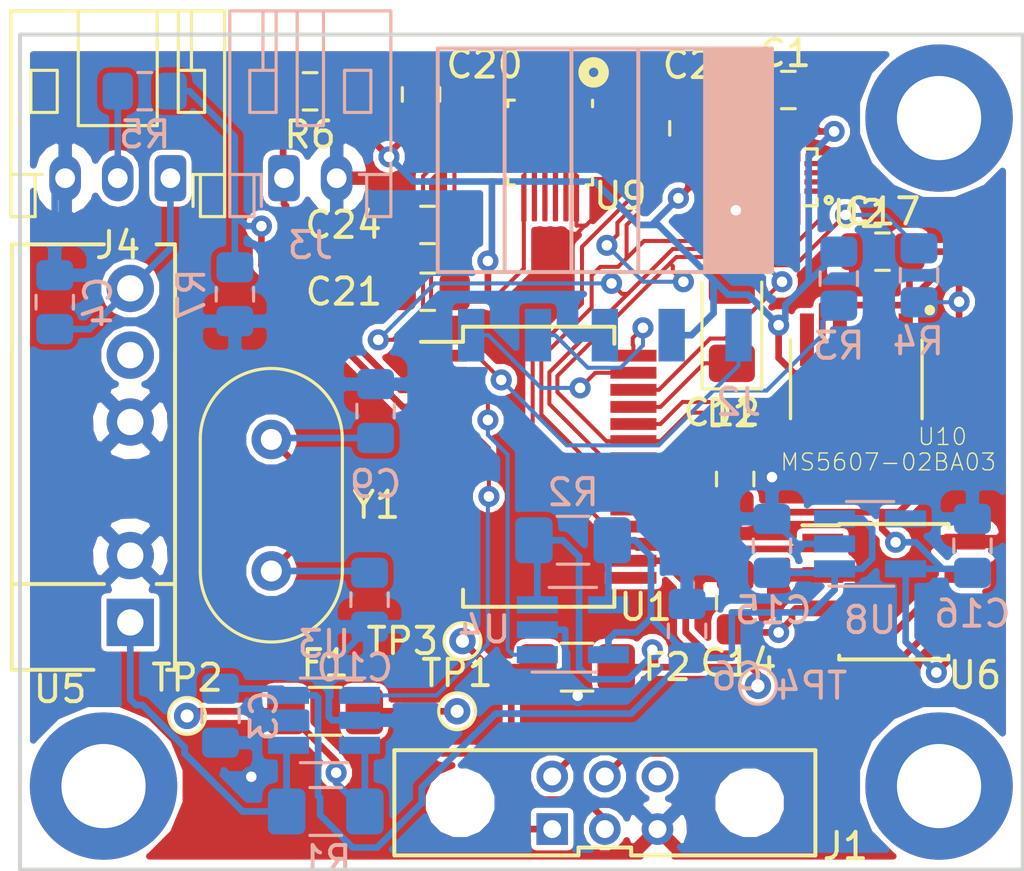
<source format=kicad_pcb>
(kicad_pcb (version 20171130) (host pcbnew 5.0.1)
  (layers (0 F.Cu signal) (31 B.Cu signal) (34 B.Paste user) (35 F.Paste user) (36 B.SilkS user hide) (37 F.SilkS user) (38 B.Mask user hide) (39 F.Mask user hide) (44 Edge.Cuts user))
  (net 0 "")
  (net 1 "Net-(F2-Pad2)")
  (net 2 GND)
  (net 3 CANL)
  (net 4 CANH)
  (net 5 +1V8)
  (net 6 "Net-(U9-Pad21)")
  (net 7 "Net-(U9-Pad19)")
  (net 8 "Net-(U9-Pad17)")
  (net 9 "Net-(U9-Pad16)")
  (net 10 "Net-(U9-Pad15)")
  (net 11 "Net-(U9-Pad14)")
  (net 12 "Net-(U9-Pad12)")
  (net 13 "Net-(C24-Pad1)")
  (net 14 "Net-(U9-Pad7)")
  (net 15 "Net-(U9-Pad6)")
  (net 16 "Net-(U9-Pad5)")
  (net 17 "Net-(U9-Pad4)")
  (net 18 "Net-(U9-Pad3)")
  (net 19 "Net-(U9-Pad2)")
  (net 20 "Net-(U9-Pad1)")
  (net 21 +5V)
  (net 22 "Net-(F2-Pad1)")
  (net 23 "Net-(U8-Pad4)")
  (net 24 /MCU/~MCLR)
  (net 25 "/Digital Sensor Suite/SCLK")
  (net 26 "/Digital Sensor Suite/MOSI")
  (net 27 "/Digital Sensor Suite/IMU2_CS")
  (net 28 "Net-(D1-Pad2)")
  (net 29 "/Digital Sensor Suite/IMU1_CS")
  (net 30 "Net-(D1-Pad1)")
  (net 31 "/Digital Sensor Suite/MISO")
  (net 32 /MCU/CAN_RX)
  (net 33 /MCU/CAN_TX)
  (net 34 "/Digital Sensor Suite/BARO_CS")
  (net 35 /MCU/ICSPCLK)
  (net 36 /MCU/OSC1)
  (net 37 /MCU/OSC2)
  (net 38 /MCU/ICSPDAT)
  (net 39 /Power/CURR_AMP_5V)
  (net 40 "Net-(U1-Pad6)")
  (net 41 "Net-(U1-Pad7)")
  (net 42 "Net-(U1-Pad11)")
  (net 43 "Net-(U1-Pad12)")
  (net 44 "Net-(U1-Pad13)")
  (net 45 "Net-(U1-Pad14)")
  (net 46 "Net-(U1-Pad15)")
  (net 47 "Net-(U10-Pad4)")
  (net 48 "Net-(U2-Pad4)")
  (net 49 "Net-(U2-Pad9)")
  (net 50 "Net-(U2-Pad10)")
  (net 51 "Net-(U2-Pad11)")
  (net 52 +15V)
  (net 53 "Net-(F1-Pad1)")
  (net 54 "Net-(F1-Pad2)")
  (net 55 "/Analog Sensors/THERM_0")
  (net 56 /MCU/PRESSURE)
  (net 57 +12V)
  (net 58 /Power/CURR_AMP_12V)
  (net 59 "Net-(J4-Pad2)")
  (module Connector_JST:JST_PH_S2B-PH-K_1x02_P2.00mm_Horizontal (layer B.Cu) (at 137.033 68.326)
    (fp_text reference J3 (at 1 2.55) (layer B.SilkS) (effects (justify mirror)))
    (fp_text value Thermistor_conn)
    (pad 1 thru_hole roundrect (at 0 0) (size 1.2 1.75) (drill 0.75) (layers *.Cu *.Mask) (roundrect_rratio 0.208333) (net 55 "/Analog Sensors/THERM_0"))
    (pad 2 thru_hole oval (at 2 0) (size 1.2 1.75) (drill 0.75) (layers *.Cu *.Mask) (net 2 GND))
  )
  (module Crystal:Resonator-2Pin_W10.0mm_H5.0mm (layer F.Cu) (at 136.5504 78.2612 270)
    (fp_text reference Y1 (at 2.4892 -3.9878) (layer F.SilkS))
    (fp_text value Crystal)
    (pad 1 thru_hole circle (at 0 0 270) (size 1.5 1.5) (drill 0.8) (layers *.Cu *.Mask) (net 36 /MCU/OSC1))
    (pad 2 thru_hole circle (at 5 0 270) (size 1.5 1.5) (drill 0.8) (layers *.Cu *.Mask) (net 37 /MCU/OSC2))
  )
  (module Fuse:Fuse_1206_3216Metric_Pad1.42x1.75mm_HandSolder (layer F.Cu) (at 138.5967 88.5952)
    (fp_text reference F1 (at 0 -1.82) (layer F.SilkS))
    (fp_text value Polyfuse)
    (pad 1 smd roundrect (at -1.4875 0) (size 1.425 1.75) (layers F.Cu F.Paste F.Mask) (roundrect_rratio 0.175439) (net 53 "Net-(F1-Pad1)"))
    (pad 2 smd roundrect (at 1.4875 0) (size 1.425 1.75) (layers F.Cu F.Paste F.Mask) (roundrect_rratio 0.175439) (net 54 "Net-(F1-Pad2)"))
  )
  (module Package_SO:SSOP-28_5.3x10.2mm_P0.65mm (layer F.Cu) (at 146.7104 79.2988)
    (fp_text reference U1 (at 4.064 5.334) (layer F.SilkS))
    (fp_text value PIC18LF26K83)
    (pad 1 smd rect (at -3.6 -4.225) (size 1.75 0.45) (layers F.Cu F.Paste F.Mask) (net 24 /MCU/~MCLR))
    (pad 2 smd rect (at -3.6 -3.575) (size 1.75 0.45) (layers F.Cu F.Paste F.Mask) (net 39 /Power/CURR_AMP_5V))
    (pad 3 smd rect (at -3.6 -2.925) (size 1.75 0.45) (layers F.Cu F.Paste F.Mask) (net 55 "/Analog Sensors/THERM_0"))
    (pad 4 smd rect (at -3.6 -2.275) (size 1.75 0.45) (layers F.Cu F.Paste F.Mask) (net 56 /MCU/PRESSURE))
    (pad 5 smd rect (at -3.6 -1.625) (size 1.75 0.45) (layers F.Cu F.Paste F.Mask) (net 58 /Power/CURR_AMP_12V))
    (pad 6 smd rect (at -3.6 -0.975) (size 1.75 0.45) (layers F.Cu F.Paste F.Mask) (net 40 "Net-(U1-Pad6)"))
    (pad 7 smd rect (at -3.6 -0.325) (size 1.75 0.45) (layers F.Cu F.Paste F.Mask) (net 41 "Net-(U1-Pad7)"))
    (pad 8 smd rect (at -3.6 0.325) (size 1.75 0.45) (layers F.Cu F.Paste F.Mask) (net 2 GND))
    (pad 9 smd rect (at -3.6 0.975) (size 1.75 0.45) (layers F.Cu F.Paste F.Mask) (net 36 /MCU/OSC1))
    (pad 10 smd rect (at -3.6 1.625) (size 1.75 0.45) (layers F.Cu F.Paste F.Mask) (net 37 /MCU/OSC2))
    (pad 11 smd rect (at -3.6 2.275) (size 1.75 0.45) (layers F.Cu F.Paste F.Mask) (net 42 "Net-(U1-Pad11)"))
    (pad 12 smd rect (at -3.6 2.925) (size 1.75 0.45) (layers F.Cu F.Paste F.Mask) (net 43 "Net-(U1-Pad12)"))
    (pad 13 smd rect (at -3.6 3.575) (size 1.75 0.45) (layers F.Cu F.Paste F.Mask) (net 44 "Net-(U1-Pad13)"))
    (pad 14 smd rect (at -3.6 4.225) (size 1.75 0.45) (layers F.Cu F.Paste F.Mask) (net 45 "Net-(U1-Pad14)"))
    (pad 15 smd rect (at 3.6 4.225) (size 1.75 0.45) (layers F.Cu F.Paste F.Mask) (net 46 "Net-(U1-Pad15)"))
    (pad 16 smd rect (at 3.6 3.575) (size 1.75 0.45) (layers F.Cu F.Paste F.Mask) (net 32 /MCU/CAN_RX))
    (pad 17 smd rect (at 3.6 2.925) (size 1.75 0.45) (layers F.Cu F.Paste F.Mask) (net 33 /MCU/CAN_TX))
    (pad 18 smd rect (at 3.6 2.275) (size 1.75 0.45) (layers F.Cu F.Paste F.Mask) (net 29 "/Digital Sensor Suite/IMU1_CS"))
    (pad 19 smd rect (at 3.6 1.625) (size 1.75 0.45) (layers F.Cu F.Paste F.Mask) (net 2 GND))
    (pad 20 smd rect (at 3.6 0.975) (size 1.75 0.45) (layers F.Cu F.Paste F.Mask) (net 5 +1V8))
    (pad 21 smd rect (at 3.6 0.325) (size 1.75 0.45) (layers F.Cu F.Paste F.Mask) (net 25 "/Digital Sensor Suite/SCLK"))
    (pad 22 smd rect (at 3.6 -0.325) (size 1.75 0.45) (layers F.Cu F.Paste F.Mask) (net 26 "/Digital Sensor Suite/MOSI"))
    (pad 23 smd rect (at 3.6 -0.975) (size 1.75 0.45) (layers F.Cu F.Paste F.Mask) (net 31 "/Digital Sensor Suite/MISO"))
    (pad 24 smd rect (at 3.6 -1.625) (size 1.75 0.45) (layers F.Cu F.Paste F.Mask) (net 34 "/Digital Sensor Suite/BARO_CS"))
    (pad 25 smd rect (at 3.6 -2.275) (size 1.75 0.45) (layers F.Cu F.Paste F.Mask) (net 30 "Net-(D1-Pad1)"))
    (pad 26 smd rect (at 3.6 -2.925) (size 1.75 0.45) (layers F.Cu F.Paste F.Mask) (net 27 "/Digital Sensor Suite/IMU2_CS"))
    (pad 27 smd rect (at 3.6 -3.575) (size 1.75 0.45) (layers F.Cu F.Paste F.Mask) (net 35 /MCU/ICSPCLK))
    (pad 28 smd rect (at 3.6 -4.225) (size 1.75 0.45) (layers F.Cu F.Paste F.Mask) (net 38 /MCU/ICSPDAT))
  )
  (module canhw_footprints:PinHeader_5x2.54_SMD_90deg_952-3198-1-ND (layer B.Cu) (at 154.305 74.295 180)
    (fp_text reference J2 (at 0 -2.54 180) (layer B.SilkS) (effects (justify mirror)))
    (fp_text value "Programming Header")
    (pad 1 smd rect (at 0 0 180) (size 1 2) (layers B.Cu B.Paste B.Mask) (net 24 /MCU/~MCLR))
    (pad 2 smd rect (at 2.54 0 180) (size 1 2) (layers B.Cu B.Paste B.Mask) (net 5 +1V8))
    (pad 3 smd rect (at 5.08 0 180) (size 1 2) (layers B.Cu B.Paste B.Mask) (net 2 GND))
    (pad 4 smd rect (at 7.62 0 180) (size 1 2) (layers B.Cu B.Paste B.Mask) (net 38 /MCU/ICSPDAT))
    (pad 5 smd rect (at 10.16 0 180) (size 1 2) (layers B.Cu B.Paste B.Mask) (net 35 /MCU/ICSPCLK))
  )
  (module Resistor_SMD:R_0805_2012Metric_Pad1.15x1.40mm_HandSolder (layer B.Cu) (at 161.163 72.018 90)
    (fp_text reference R4 (at -2.5146 -0.0254 180) (layer B.SilkS) (effects (justify mirror)))
    (fp_text value 330R)
    (pad 2 smd roundrect (at 1.025 0 90) (size 1.15 1.4) (layers B.Cu B.Paste B.Mask) (roundrect_rratio 0.217391) (net 28 "Net-(D1-Pad2)"))
    (pad 1 smd roundrect (at -1.025 0 90) (size 1.15 1.4) (layers B.Cu B.Paste B.Mask) (roundrect_rratio 0.217391) (net 5 +1V8))
  )
  (module LED_SMD:LED_1206_3216Metric_Pad1.42x1.75mm_HandSolder (layer F.Cu) (at 154.051 73.8775 90)
    (fp_text reference D1 (at -3.3925 0 180) (layer F.SilkS))
    (fp_text value LED)
    (pad 1 smd roundrect (at -1.4875 0 90) (size 1.425 1.75) (layers F.Cu F.Paste F.Mask) (roundrect_rratio 0.175439) (net 30 "Net-(D1-Pad1)"))
    (pad 2 smd roundrect (at 1.4875 0 90) (size 1.425 1.75) (layers F.Cu F.Paste F.Mask) (roundrect_rratio 0.175439) (net 28 "Net-(D1-Pad2)"))
  )
  (module Package_SO:SOIC-8_3.9x4.9mm_P1.27mm (layer F.Cu) (at 160.2054 84.0486)
    (fp_text reference U6 (at 3.081 3.175) (layer F.SilkS))
    (fp_text value MCP2562)
    (pad 1 smd rect (at -2.7 -1.905) (size 1.55 0.6) (layers F.Cu F.Paste F.Mask) (net 33 /MCU/CAN_TX))
    (pad 2 smd rect (at -2.7 -0.635) (size 1.55 0.6) (layers F.Cu F.Paste F.Mask) (net 2 GND))
    (pad 3 smd rect (at -2.7 0.635) (size 1.55 0.6) (layers F.Cu F.Paste F.Mask) (net 21 +5V))
    (pad 4 smd rect (at -2.7 1.905) (size 1.55 0.6) (layers F.Cu F.Paste F.Mask) (net 32 /MCU/CAN_RX))
    (pad 5 smd rect (at 2.7 1.905) (size 1.55 0.6) (layers F.Cu F.Paste F.Mask) (net 5 +1V8))
    (pad 6 smd rect (at 2.7 0.635) (size 1.55 0.6) (layers F.Cu F.Paste F.Mask) (net 3 CANL))
    (pad 7 smd rect (at 2.7 -0.635) (size 1.55 0.6) (layers F.Cu F.Paste F.Mask) (net 4 CANH))
    (pad 8 smd rect (at 2.7 -1.905) (size 1.55 0.6) (layers F.Cu F.Paste F.Mask) (net 2 GND))
  )
  (module Capacitor_SMD:C_0805_2012Metric_Pad1.15x1.40mm_HandSolder (layer F.Cu) (at 154.178 79.765 270)
    (fp_text reference C12 (at -2.531 0.508) (layer F.SilkS))
    (fp_text value 0.1uF)
    (pad 1 smd roundrect (at -1.025 0 270) (size 1.15 1.4) (layers F.Cu F.Paste F.Mask) (roundrect_rratio 0.217391) (net 2 GND))
    (pad 2 smd roundrect (at 1.025 0 270) (size 1.15 1.4) (layers F.Cu F.Paste F.Mask) (roundrect_rratio 0.217391) (net 5 +1V8))
  )
  (module TestPoint:TestPoint_THTPad_D1.0mm_Drill0.5mm (layer B.Cu) (at 155.0416 87.63)
    (fp_text reference TP4 (at 2.032 0) (layer B.SilkS) (effects (justify mirror)))
    (fp_text value TestPoint)
    (pad 1 thru_hole circle (at 0 0) (size 1 1) (drill 0.5) (layers *.Cu *.Mask) (net 22 "Net-(F2-Pad1)"))
  )
  (module MountingHole:MountingHole_3.2mm_M3_DIN965_Pad (layer F.Cu) (at 130.175 91.44)
    (fp_text reference REF** hide)
    (fp_text value MountingHole_3.2mm_M3_DIN965_Pad)
    (pad 1 thru_hole circle (at 0 0) (size 5.6 5.6) (drill 3.2) (layers *.Cu *.Mask))
  )
  (module MountingHole:MountingHole_3.2mm_M3_DIN965_Pad (layer F.Cu) (at 161.925 91.44)
    (fp_text reference REF** hide)
    (fp_text value MountingHole_3.2mm_M3_DIN965_Pad)
    (pad 1 thru_hole circle (at 0 0) (size 5.6 5.6) (drill 3.2) (layers *.Cu *.Mask))
  )
  (module MountingHole:MountingHole_3.2mm_M3_DIN965_Pad (layer F.Cu) (at 161.925 66.04)
    (fp_text reference REF** hide)
    (fp_text value MountingHole_3.2mm_M3_DIN965_Pad)
    (pad 1 thru_hole circle (at 0 0) (size 5.6 5.6) (drill 3.2) (layers *.Cu *.Mask))
  )
  (module Capacitor_SMD:C_0805_2012Metric_Pad1.15x1.40mm_HandSolder (layer B.Cu) (at 152.3492 85.5382 270)
    (fp_text reference C6 (at 1.7362 -1.905) (layer B.SilkS) (effects (justify mirror)))
    (fp_text value 0.1uF)
    (pad 2 smd roundrect (at 1.025 0 270) (size 1.15 1.4) (layers B.Cu B.Paste B.Mask) (roundrect_rratio 0.217391) (net 21 +5V))
    (pad 1 smd roundrect (at -1.025 0 270) (size 1.15 1.4) (layers B.Cu B.Paste B.Mask) (roundrect_rratio 0.217391) (net 2 GND))
  )
  (module Capacitor_SMD:C_0805_2012Metric_Pad1.15x1.40mm_HandSolder (layer B.Cu) (at 140.5128 77.1816 90)
    (fp_text reference C9 (at -2.7776 0 180) (layer B.SilkS) (effects (justify mirror)))
    (fp_text value 26pF)
    (pad 1 smd roundrect (at -1.025 0 90) (size 1.15 1.4) (layers B.Cu B.Paste B.Mask) (roundrect_rratio 0.217391) (net 36 /MCU/OSC1))
    (pad 2 smd roundrect (at 1.025 0 90) (size 1.15 1.4) (layers B.Cu B.Paste B.Mask) (roundrect_rratio 0.217391) (net 2 GND))
  )
  (module Capacitor_SMD:C_0805_2012Metric_Pad1.15x1.40mm_HandSolder (layer B.Cu) (at 140.2842 84.3534 270)
    (fp_text reference C10 (at 2.5818 0.5588) (layer B.SilkS) (effects (justify mirror)))
    (fp_text value 26pF)
    (pad 2 smd roundrect (at 1.025 0 270) (size 1.15 1.4) (layers B.Cu B.Paste B.Mask) (roundrect_rratio 0.217391) (net 2 GND))
    (pad 1 smd roundrect (at -1.025 0 270) (size 1.15 1.4) (layers B.Cu B.Paste B.Mask) (roundrect_rratio 0.217391) (net 37 /MCU/OSC2))
  )
  (module Capacitor_SMD:C_0805_2012Metric_Pad1.15x1.40mm_HandSolder (layer F.Cu) (at 154.178 84.455 90)
    (fp_text reference C14 (at -2.295 0.127 180) (layer F.SilkS))
    (fp_text value 10uF)
    (pad 2 smd roundrect (at 1.025 0 90) (size 1.15 1.4) (layers F.Cu F.Paste F.Mask) (roundrect_rratio 0.217391) (net 2 GND))
    (pad 1 smd roundrect (at -1.025 0 90) (size 1.15 1.4) (layers F.Cu F.Paste F.Mask) (roundrect_rratio 0.217391) (net 21 +5V))
  )
  (module Capacitor_SMD:C_0805_2012Metric_Pad1.15x1.40mm_HandSolder (layer B.Cu) (at 155.575 82.305 90)
    (fp_text reference C15 (at -2.4548 0.0508 180) (layer B.SilkS) (effects (justify mirror)))
    (fp_text value 1uF)
    (pad 2 smd roundrect (at 1.025 0 90) (size 1.15 1.4) (layers B.Cu B.Paste B.Mask) (roundrect_rratio 0.217391) (net 2 GND))
    (pad 1 smd roundrect (at -1.025 0 90) (size 1.15 1.4) (layers B.Cu B.Paste B.Mask) (roundrect_rratio 0.217391) (net 21 +5V))
  )
  (module Capacitor_SMD:C_0805_2012Metric_Pad1.15x1.40mm_HandSolder (layer B.Cu) (at 163.195 82.305 90)
    (fp_text reference C16 (at -2.5818 0 180) (layer B.SilkS) (effects (justify mirror)))
    (fp_text value 1uF)
    (pad 1 smd roundrect (at -1.025 0 90) (size 1.15 1.4) (layers B.Cu B.Paste B.Mask) (roundrect_rratio 0.217391) (net 5 +1V8))
    (pad 2 smd roundrect (at 1.025 0 90) (size 1.15 1.4) (layers B.Cu B.Paste B.Mask) (roundrect_rratio 0.217391) (net 2 GND))
  )
  (module Capacitor_SMD:C_0805_2012Metric_Pad1.15x1.40mm_HandSolder (layer F.Cu) (at 159.775 71.12)
    (fp_text reference C17 (at -0.009 -1.524) (layer F.SilkS))
    (fp_text value 0.1uF)
    (pad 1 smd roundrect (at -1.025 0) (size 1.15 1.4) (layers F.Cu F.Paste F.Mask) (roundrect_rratio 0.217391) (net 2 GND))
    (pad 2 smd roundrect (at 1.025 0) (size 1.15 1.4) (layers F.Cu F.Paste F.Mask) (roundrect_rratio 0.217391) (net 5 +1V8))
  )
  (module Capacitor_SMD:C_0805_2012Metric_Pad1.15x1.40mm_HandSolder (layer F.Cu) (at 142.24 65.142 90)
    (fp_text reference C20 (at 1.134 2.413 180) (layer F.SilkS))
    (fp_text value 0.1uF)
    (pad 1 smd roundrect (at -1.025 0 90) (size 1.15 1.4) (layers F.Cu F.Paste F.Mask) (roundrect_rratio 0.217391) (net 5 +1V8))
    (pad 2 smd roundrect (at 1.025 0 90) (size 1.15 1.4) (layers F.Cu F.Paste F.Mask) (roundrect_rratio 0.217391) (net 2 GND))
  )
  (module Capacitor_SMD:C_0805_2012Metric_Pad1.15x1.40mm_HandSolder (layer F.Cu) (at 142.494 72.644 180)
    (fp_text reference C21 (at 3.184 0 180) (layer F.SilkS))
    (fp_text value 0.1uF)
    (pad 1 smd roundrect (at -1.025 0 180) (size 1.15 1.4) (layers F.Cu F.Paste F.Mask) (roundrect_rratio 0.217391) (net 5 +1V8))
    (pad 2 smd roundrect (at 1.025 0 180) (size 1.15 1.4) (layers F.Cu F.Paste F.Mask) (roundrect_rratio 0.217391) (net 2 GND))
  )
  (module Capacitor_SMD:C_0805_2012Metric_Pad1.15x1.40mm_HandSolder (layer F.Cu) (at 142.485 70.104 180)
    (fp_text reference C24 (at 3.1914 0) (layer F.SilkS))
    (fp_text value 0.1uF)
    (pad 2 smd roundrect (at 1.025 0 180) (size 1.15 1.4) (layers F.Cu F.Paste F.Mask) (roundrect_rratio 0.217391) (net 2 GND))
    (pad 1 smd roundrect (at -1.025 0 180) (size 1.15 1.4) (layers F.Cu F.Paste F.Mask) (roundrect_rratio 0.217391) (net 13 "Net-(C24-Pad1)"))
  )
  (module Fuse:Fuse_1206_3216Metric_Pad1.42x1.75mm_HandSolder (layer F.Cu) (at 148.1693 86.9188 180)
    (fp_text reference F2 (at -3.4147 0 180) (layer F.SilkS))
    (fp_text value Polyfuse)
    (pad 1 smd roundrect (at -1.4875 0 180) (size 1.425 1.75) (layers F.Cu F.Paste F.Mask) (roundrect_rratio 0.175439) (net 22 "Net-(F2-Pad1)"))
    (pad 2 smd roundrect (at 1.4875 0 180) (size 1.425 1.75) (layers F.Cu F.Paste F.Mask) (roundrect_rratio 0.175439) (net 1 "Net-(F2-Pad2)"))
  )
  (module canhw_footprints:connector_Harwin_M80-5000642 (layer F.Cu) (at 149.225 92.075)
    (fp_text reference J1 (at 9.144 1.651) (layer F.SilkS))
    (fp_text value Conn_01x05_Female)
    (pad 2 thru_hole circle (at 0 1) (size 1.2 1.2) (drill 0.68) (layers *.Cu *.Mask) (net 1 "Net-(F2-Pad2)"))
    (pad 1 thru_hole rect (at -2 1) (size 1.2 1.2) (drill 0.68) (layers *.Cu *.Mask) (net 54 "Net-(F1-Pad2)"))
    (pad 3 thru_hole circle (at 2 1) (size 1.2 1.2) (drill 0.68) (layers *.Cu *.Mask) (net 2 GND))
    (pad 6 thru_hole circle (at 2 -1) (size 1.2 1.2) (drill 0.68) (layers *.Cu *.Mask))
    (pad 5 thru_hole circle (at 0 -1) (size 1.2 1.2) (drill 0.68) (layers *.Cu *.Mask) (net 3 CANL))
    (pad 4 thru_hole circle (at -2 -1) (size 1.2 1.2) (drill 0.68) (layers *.Cu *.Mask) (net 4 CANH))
    (pad "" np_thru_hole circle (at 5.5 0) (size 2.2 2.2) (drill 2.2) (layers *.Cu *.Mask))
    (pad "" np_thru_hole circle (at -5.5 0) (size 2.2 2.2) (drill 2.2) (layers *.Cu *.Mask))
  )
  (module Resistor_SMD:R_1206_3216Metric_Pad1.42x1.75mm_HandSolder (layer B.Cu) (at 148.0169 82.0928 180)
    (fp_text reference R2 (at 0 1.82 180) (layer B.SilkS) (effects (justify mirror)))
    (fp_text value ?)
    (pad 1 smd roundrect (at -1.4875 0 180) (size 1.425 1.75) (layers B.Cu B.Paste B.Mask) (roundrect_rratio 0.175439) (net 21 +5V))
    (pad 2 smd roundrect (at 1.4875 0 180) (size 1.425 1.75) (layers B.Cu B.Paste B.Mask) (roundrect_rratio 0.175439) (net 22 "Net-(F2-Pad1)"))
  )
  (module Resistor_SMD:R_0805_2012Metric_Pad1.15x1.40mm_HandSolder (layer B.Cu) (at 158.115 72.145 270)
    (fp_text reference R3 (at 2.5564 0) (layer B.SilkS) (effects (justify mirror)))
    (fp_text value 10K)
    (pad 1 smd roundrect (at -1.025 0 270) (size 1.15 1.4) (layers B.Cu B.Paste B.Mask) (roundrect_rratio 0.217391) (net 5 +1V8))
    (pad 2 smd roundrect (at 1.025 0 270) (size 1.15 1.4) (layers B.Cu B.Paste B.Mask) (roundrect_rratio 0.217391) (net 24 /MCU/~MCLR))
  )
  (module TestPoint:TestPoint_THTPad_D1.0mm_Drill0.5mm (layer F.Cu) (at 143.8148 85.9282)
    (fp_text reference TP3 (at -2.286 0) (layer F.SilkS))
    (fp_text value TestPoint)
    (pad 1 thru_hole circle (at 0 0) (size 1 1) (drill 0.5) (layers *.Cu *.Mask) (net 1 "Net-(F2-Pad2)"))
  )
  (module canhw_footprints:QFN-24-1EP_3x3mm_P0.4mm_EP1.75x1.6mm_HandSoldering (layer F.Cu) (at 147.14728 66.96964 270)
    (fp_text reference U9 (at 2.032 -2.667) (layer F.SilkS))
    (fp_text value ICM-20948)
    (pad 1 smd custom (at -1.5 -1 270) (size 0.3 0.115147) (layers F.Cu F.Paste F.Mask) (net 20 "Net-(U9-Pad1)") (options (clearance outline) (anchor rect)) (primitives (gr_poly (pts (xy -1.5 -0.1) (xy 0.255 -0.1) (xy 0.375 0.02) (xy 0.375 0.1) (xy -1.5 0.1)) (width 0))))
    (pad 2 smd roundrect (at -2.05 -0.6 270) (size 1.9 0.2) (layers F.Cu F.Paste F.Mask) (net 19 "Net-(U9-Pad2)"))
    (pad 3 smd roundrect (at -2.05 -0.2 270) (size 1.9 0.2) (layers F.Cu F.Paste F.Mask) (net 18 "Net-(U9-Pad3)"))
    (pad 4 smd roundrect (at -2.05 0.2 270) (size 1.9 0.2) (layers F.Cu F.Paste F.Mask) (net 17 "Net-(U9-Pad4)"))
    (pad 5 smd roundrect (at -2.05 0.6 270) (size 1.9 0.2) (layers F.Cu F.Paste F.Mask) (net 16 "Net-(U9-Pad5)"))
    (pad 6 smd custom (at -1.5 1 270) (size 0.115147 0.115147) (layers F.Cu F.Paste F.Mask) (net 15 "Net-(U9-Pad6)") (options (clearance outline) (anchor circle)) (primitives (gr_poly (pts (xy -1.5 -0.1) (xy 0.375 -0.1) (xy 0.375 -0.02) (xy 0.255 0.1) (xy -1.5 0.1)) (width 0))))
    (pad 7 smd custom (at -1 1.5 270) (size 0.115147 0.115147) (layers F.Cu F.Paste F.Mask) (net 14 "Net-(U9-Pad7)") (options (clearance outline) (anchor circle)) (primitives (gr_poly (pts (xy -0.1 -0.255) (xy 0.02 -0.375) (xy 0.1 -0.375) (xy 0.1 1.5) (xy -0.1 1.5)) (width 0))))
    (pad 8 smd roundrect (at -0.6 2.05 270) (size 0.2 1.9) (layers F.Cu F.Paste F.Mask) (net 5 +1V8))
    (pad 9 smd roundrect (at -0.2 2.05 270) (size 0.2 1.9) (layers F.Cu F.Paste F.Mask) (net 26 "/Digital Sensor Suite/MOSI"))
    (pad 10 smd roundrect (at 0.2 2.05 270) (size 0.2 1.9) (layers F.Cu F.Paste F.Mask) (net 2 GND))
    (pad 11 smd roundrect (at 0.6 2.05 270) (size 0.2 1.9) (layers F.Cu F.Paste F.Mask) (net 13 "Net-(C24-Pad1)"))
    (pad 12 smd custom (at 1 1.5 270) (size 0.115147 0.115147) (layers F.Cu F.Paste F.Mask) (net 12 "Net-(U9-Pad12)") (options (clearance outline) (anchor circle)) (primitives (gr_poly (pts (xy -0.1 -0.375) (xy -0.02 -0.375) (xy 0.1 -0.255) (xy 0.1 1.5) (xy -0.1 1.5)) (width 0))))
    (pad 13 smd custom (at 1.5 1 270) (size 0.115147 0.115147) (layers F.Cu F.Paste F.Mask) (net 5 +1V8) (options (clearance outline) (anchor circle)) (primitives (gr_poly (pts (xy -0.375 -0.1) (xy 1.5 -0.1) (xy 1.5 0.1) (xy -0.255 0.1) (xy -0.375 -0.02)) (width 0))))
    (pad 14 smd roundrect (at 2.05 0.6 270) (size 1.9 0.2) (layers F.Cu F.Paste F.Mask) (net 11 "Net-(U9-Pad14)"))
    (pad 15 smd roundrect (at 2.05 0.2 270) (size 1.9 0.2) (layers F.Cu F.Paste F.Mask) (net 10 "Net-(U9-Pad15)"))
    (pad 16 smd roundrect (at 2.05 -0.2 270) (size 1.9 0.2) (layers F.Cu F.Paste F.Mask) (net 9 "Net-(U9-Pad16)"))
    (pad 17 smd roundrect (at 2.05 -0.6 270) (size 1.9 0.2) (layers F.Cu F.Paste F.Mask) (net 8 "Net-(U9-Pad17)"))
    (pad 18 smd custom (at 1.5 -1 270) (size 0.115147 0.115147) (layers F.Cu F.Paste F.Mask) (net 2 GND) (options (clearance outline) (anchor circle)) (primitives (gr_poly (pts (xy -0.375 0.02) (xy -0.255 -0.1) (xy 1.5 -0.1) (xy 1.5 0.1) (xy -0.375 0.1)) (width 0))))
    (pad 19 smd custom (at 1 -1.5 270) (size 0.115147 0.115147) (layers F.Cu F.Paste F.Mask) (net 7 "Net-(U9-Pad19)") (options (clearance outline) (anchor circle)) (primitives (gr_poly (pts (xy -0.1 -1.5) (xy 0.1 -1.5) (xy 0.1 0.255) (xy -0.02 0.375) (xy -0.1 0.375)) (width 0))))
    (pad 20 smd roundrect (at 0.6 -2.05 270) (size 0.2 1.9) (layers F.Cu F.Paste F.Mask) (net 2 GND))
    (pad 21 smd roundrect (at 0.2 -2.05 270) (size 0.2 1.9) (layers F.Cu F.Paste F.Mask) (net 6 "Net-(U9-Pad21)"))
    (pad 22 smd roundrect (at -0.2 -2.05 270) (size 0.2 1.9) (layers F.Cu F.Paste F.Mask) (net 29 "/Digital Sensor Suite/IMU1_CS"))
    (pad 23 smd roundrect (at -0.6 -2.05 270) (size 0.2 1.9) (layers F.Cu F.Paste F.Mask) (net 31 "/Digital Sensor Suite/MISO"))
    (pad 24 smd custom (at -1 -1.5 270) (size 0.115147 0.115147) (layers F.Cu F.Paste F.Mask) (net 25 "/Digital Sensor Suite/SCLK") (options (clearance outline) (anchor circle)) (primitives (gr_poly (pts (xy -0.1 -1.5) (xy 0.1 -1.5) (xy 0.1 0.375) (xy 0.02 0.375) (xy -0.1 0.255)) (width 0))))
  )
  (module Package_TO_SOT_SMD:SOT-23-5_HandSoldering (layer B.Cu) (at 159.305 82.23)
    (fp_text reference U8 (at 0 2.9) (layer B.SilkS) (effects (justify mirror)))
    (fp_text value MIC5365-1.8)
    (pad 1 smd rect (at -1.35 0.95) (size 1.56 0.65) (layers B.Cu B.Paste B.Mask) (net 21 +5V))
    (pad 2 smd rect (at -1.35 0) (size 1.56 0.65) (layers B.Cu B.Paste B.Mask) (net 2 GND))
    (pad 3 smd rect (at -1.35 -0.95) (size 1.56 0.65) (layers B.Cu B.Paste B.Mask) (net 21 +5V))
    (pad 4 smd rect (at 1.35 -0.95) (size 1.56 0.65) (layers B.Cu B.Paste B.Mask) (net 23 "Net-(U8-Pad4)"))
    (pad 5 smd rect (at 1.35 0.95) (size 1.56 0.65) (layers B.Cu B.Paste B.Mask) (net 5 +1V8))
  )
  (module flight_instr:MS560702BA03 (layer F.Cu) (at 158.78 75.97 270)
    (fp_text reference U10 (at 2.1858 -3.272) (layer F.SilkS) (effects (font (size 0.641055 0.641055) (thickness 0.05))))
    (fp_text value MS5607-02BA03 (at 3.151 -1.2146) (layer F.SilkS) (effects (font (size 0.64164 0.64164) (thickness 0.05))))
    (pad 1 smd rect (at -1.5 -1.875 270) (size 2 0.53) (layers F.Cu F.Paste F.Mask) (net 5 +1V8))
    (pad 8 smd rect (at 1.5 -1.875 270) (size 2 0.53) (layers F.Cu F.Paste F.Mask) (net 25 "/Digital Sensor Suite/SCLK"))
    (pad 2 smd rect (at -1.5 -0.625 270) (size 2 0.53) (layers F.Cu F.Paste F.Mask) (net 2 GND))
    (pad 3 smd rect (at -1.5 0.625 270) (size 2 0.53) (layers F.Cu F.Paste F.Mask) (net 2 GND))
    (pad 4 smd rect (at -1.5 1.875 270) (size 2 0.53) (layers F.Cu F.Paste F.Mask) (net 47 "Net-(U10-Pad4)"))
    (pad 5 smd rect (at 1.5 1.875 270) (size 2 0.53) (layers F.Cu F.Paste F.Mask) (net 34 "/Digital Sensor Suite/BARO_CS"))
    (pad 6 smd rect (at 1.5 0.625 270) (size 2 0.53) (layers F.Cu F.Paste F.Mask) (net 31 "/Digital Sensor Suite/MISO"))
    (pad 7 smd rect (at 1.5 -0.625 270) (size 2 0.53) (layers F.Cu F.Paste F.Mask) (net 26 "/Digital Sensor Suite/MOSI"))
  )
  (module Package_TO_SOT_SMD:SOT-23-5_HandSoldering (layer B.Cu) (at 148.0096 85.4964)
    (fp_text reference U4 (at -3.3744 -0.0102) (layer B.SilkS) (effects (justify mirror)))
    (fp_text value INA180)
    (pad 1 smd rect (at -1.35 0.95) (size 1.56 0.65) (layers B.Cu B.Paste B.Mask) (net 39 /Power/CURR_AMP_5V))
    (pad 2 smd rect (at -1.35 0) (size 1.56 0.65) (layers B.Cu B.Paste B.Mask) (net 2 GND))
    (pad 3 smd rect (at -1.35 -0.95) (size 1.56 0.65) (layers B.Cu B.Paste B.Mask) (net 22 "Net-(F2-Pad1)"))
    (pad 4 smd rect (at 1.35 -0.95) (size 1.56 0.65) (layers B.Cu B.Paste B.Mask) (net 21 +5V))
    (pad 5 smd rect (at 1.35 0.95) (size 1.56 0.65) (layers B.Cu B.Paste B.Mask) (net 21 +5V))
  )
  (module flight_instr:LSM6DS3HTR (layer F.Cu) (at 156.21 68.2944 180)
    (fp_text reference U2 (at -2.667 -1.397 180) (layer F.SilkS) (effects (font (size 1.00077 1.00077))))
    (fp_text value LSM6DS3HTR hide)
    (pad 1 smd rect (at -1.2 -0.525 180) (size 1.2 0.2) (layers F.Cu F.Paste F.Mask) (net 31 "/Digital Sensor Suite/MISO"))
    (pad 2 smd rect (at -1.2 -0.175 180) (size 1.2 0.2) (layers F.Cu F.Paste F.Mask) (net 2 GND))
    (pad 3 smd rect (at -1.2 0.175 180) (size 1.2 0.2) (layers F.Cu F.Paste F.Mask) (net 2 GND))
    (pad 4 smd rect (at -1.2 0.525 180) (size 1.2 0.2) (layers F.Cu F.Paste F.Mask) (net 48 "Net-(U2-Pad4)"))
    (pad 5 smd rect (at -0.35 1.2 270) (size 1.2 0.2) (layers F.Cu F.Paste F.Mask) (net 5 +1V8))
    (pad 6 smd rect (at 0 1.2 270) (size 1.2 0.2) (layers F.Cu F.Paste F.Mask) (net 2 GND))
    (pad 7 smd rect (at 0.35 1.2 270) (size 1.2 0.2) (layers F.Cu F.Paste F.Mask) (net 2 GND))
    (pad 8 smd rect (at 1.2 0.525) (size 1.2 0.2) (layers F.Cu F.Paste F.Mask) (net 5 +1V8))
    (pad 9 smd rect (at 1.2 0.175) (size 1.2 0.2) (layers F.Cu F.Paste F.Mask) (net 49 "Net-(U2-Pad9)"))
    (pad 10 smd rect (at 1.2 -0.175) (size 1.2 0.2) (layers F.Cu F.Paste F.Mask) (net 50 "Net-(U2-Pad10)"))
    (pad 11 smd rect (at 1.2 -0.525) (size 1.2 0.2) (layers F.Cu F.Paste F.Mask) (net 51 "Net-(U2-Pad11)"))
    (pad 12 smd rect (at 0.35 -1.2 90) (size 1.2 0.2) (layers F.Cu F.Paste F.Mask) (net 27 "/Digital Sensor Suite/IMU2_CS"))
    (pad 13 smd rect (at 0 -1.2 90) (size 1.2 0.2) (layers F.Cu F.Paste F.Mask) (net 25 "/Digital Sensor Suite/SCLK"))
    (pad 14 smd rect (at -0.35 -1.2 90) (size 1.2 0.2) (layers F.Cu F.Paste F.Mask) (net 26 "/Digital Sensor Suite/MOSI"))
  )
  (module Capacitor_SMD:C_0805_2012Metric_Pad1.15x1.40mm_HandSolder (layer F.Cu) (at 152.4 66.43 90)
    (fp_text reference C2 (at 2.404 0 180) (layer F.SilkS))
    (fp_text value 100nF)
    (pad 1 smd roundrect (at -1.025 0 90) (size 1.15 1.4) (layers F.Cu F.Paste F.Mask) (roundrect_rratio 0.217391) (net 5 +1V8))
    (pad 2 smd roundrect (at 1.025 0 90) (size 1.15 1.4) (layers F.Cu F.Paste F.Mask) (roundrect_rratio 0.217391) (net 2 GND))
  )
  (module Capacitor_SMD:C_0805_2012Metric_Pad1.15x1.40mm_HandSolder (layer F.Cu) (at 156.1973 64.9732 180)
    (fp_text reference C1 (at 0.118 1.397 180) (layer F.SilkS))
    (fp_text value 100nF)
    (pad 1 smd roundrect (at -1.025 0 180) (size 1.15 1.4) (layers F.Cu F.Paste F.Mask) (roundrect_rratio 0.217391) (net 5 +1V8))
    (pad 2 smd roundrect (at 1.025 0 180) (size 1.15 1.4) (layers F.Cu F.Paste F.Mask) (roundrect_rratio 0.217391) (net 2 GND))
  )
  (module Capacitor_SMD:C_0805_2012Metric_Pad1.15x1.40mm_HandSolder (layer B.Cu) (at 134.62 88.764 90)
    (fp_text reference C3 (at 0 1.65 90) (layer B.SilkS) (effects (justify mirror)))
    (fp_text value 0.1uF)
    (pad 2 smd roundrect (at 1.025 0 90) (size 1.15 1.4) (layers B.Cu B.Paste B.Mask) (roundrect_rratio 0.217391) (net 21 +5V))
    (pad 1 smd roundrect (at -1.025 0 90) (size 1.15 1.4) (layers B.Cu B.Paste B.Mask) (roundrect_rratio 0.217391) (net 2 GND))
  )
  (module Capacitor_SMD:C_0805_2012Metric_Pad1.15x1.40mm_HandSolder (layer B.Cu) (at 128.3208 73.0414 90)
    (fp_text reference C4 (at 0 1.65 90) (layer B.SilkS) (effects (justify mirror)))
    (fp_text value 4.7uF)
    (pad 1 smd roundrect (at -1.025 0 90) (size 1.15 1.4) (layers B.Cu B.Paste B.Mask) (roundrect_rratio 0.217391) (net 52 +15V))
    (pad 2 smd roundrect (at 1.025 0 90) (size 1.15 1.4) (layers B.Cu B.Paste B.Mask) (roundrect_rratio 0.217391) (net 2 GND))
  )
  (module Connector_JST:JST_PH_S3B-PH-K_1x03_P2.00mm_Horizontal (layer F.Cu) (at 132.715 68.326 180)
    (fp_text reference J4 (at 2 -2.55 180) (layer F.SilkS))
    (fp_text value Tank_pressure_conn)
    (pad 1 thru_hole roundrect (at 0 0 180) (size 1.2 1.75) (drill 0.75) (layers *.Cu *.Mask) (roundrect_rratio 0.208333) (net 52 +15V))
    (pad 2 thru_hole oval (at 2 0 180) (size 1.2 1.75) (drill 0.75) (layers *.Cu *.Mask) (net 59 "Net-(J4-Pad2)"))
    (pad 3 thru_hole oval (at 4 0 180) (size 1.2 1.75) (drill 0.75) (layers *.Cu *.Mask) (net 2 GND))
  )
  (module Resistor_SMD:R_1206_3216Metric_Pad1.42x1.75mm_HandSolder (layer B.Cu) (at 138.6189 92.4052)
    (fp_text reference R1 (at 0 1.82) (layer B.SilkS) (effects (justify mirror)))
    (fp_text value ?)
    (pad 1 smd roundrect (at -1.4875 0) (size 1.425 1.75) (layers B.Cu B.Paste B.Mask) (roundrect_rratio 0.175439) (net 57 +12V))
    (pad 2 smd roundrect (at 1.4875 0) (size 1.425 1.75) (layers B.Cu B.Paste B.Mask) (roundrect_rratio 0.175439) (net 53 "Net-(F1-Pad1)"))
  )
  (module TestPoint:TestPoint_THTPad_D1.0mm_Drill0.5mm (layer F.Cu) (at 143.6116 88.5952)
    (fp_text reference TP1 (at 0 -1.448) (layer F.SilkS))
    (fp_text value TestPoint)
    (pad 1 thru_hole circle (at 0 0) (size 1 1) (drill 0.5) (layers *.Cu *.Mask) (net 54 "Net-(F1-Pad2)"))
  )
  (module TestPoint:TestPoint_THTPad_D1.0mm_Drill0.5mm (layer F.Cu) (at 133.35 88.773)
    (fp_text reference TP2 (at 0 -1.448) (layer F.SilkS))
    (fp_text value TestPoint)
    (pad 1 thru_hole circle (at 0 0) (size 1 1) (drill 0.5) (layers *.Cu *.Mask) (net 53 "Net-(F1-Pad1)"))
  )
  (module Package_TO_SOT_SMD:SOT-23-5_HandSoldering (layer B.Cu) (at 138.5532 88.9406 180)
    (fp_text reference U3 (at 0 2.9 180) (layer B.SilkS) (effects (justify mirror)))
    (fp_text value INA180)
    (pad 1 smd rect (at -1.35 0.95 180) (size 1.56 0.65) (layers B.Cu B.Paste B.Mask) (net 58 /Power/CURR_AMP_12V))
    (pad 2 smd rect (at -1.35 0 180) (size 1.56 0.65) (layers B.Cu B.Paste B.Mask) (net 2 GND))
    (pad 3 smd rect (at -1.35 -0.95 180) (size 1.56 0.65) (layers B.Cu B.Paste B.Mask) (net 53 "Net-(F1-Pad1)"))
    (pad 4 smd rect (at 1.35 -0.95 180) (size 1.56 0.65) (layers B.Cu B.Paste B.Mask) (net 57 +12V))
    (pad 5 smd rect (at 1.35 0.95 180) (size 1.56 0.65) (layers B.Cu B.Paste B.Mask) (net 21 +5V))
  )
  (module flight_instr:SIP6_Housing (layer F.Cu) (at 131.191 75.057 90)
    (fp_text reference U5 (at -12.7 -2.667 180) (layer F.SilkS))
    (fp_text value SPU01M-15)
    (pad 1 thru_hole rect (at -10.16 0 180) (size 1.8 1.8) (drill 1) (layers *.Cu *.Mask) (net 57 +12V))
    (pad 2 thru_hole circle (at -7.62 0 180) (size 1.8 1.8) (drill 1) (layers *.Cu *.Mask) (net 2 GND))
    (pad 4 thru_hole circle (at -2.54 0 180) (size 1.8 1.8) (drill 1) (layers *.Cu *.Mask) (net 2 GND))
    (pad 5 thru_hole circle (at 0 0 180) (size 1.8 1.8) (drill 1) (layers *.Cu *.Mask))
    (pad 6 thru_hole circle (at 2.54 0 180) (size 1.8 1.8) (drill 1) (layers *.Cu *.Mask) (net 52 +15V))
  )
  (module Resistor_SMD:R_0805_2012Metric_Pad1.15x1.40mm_HandSolder (layer F.Cu) (at 138.0236 65.024 180)
    (fp_text reference R6 (at 0 -1.65 180) (layer F.SilkS))
    (fp_text value R)
    (pad 1 smd roundrect (at -1.025 0 180) (size 1.15 1.4) (layers F.Cu F.Paste F.Mask) (roundrect_rratio 0.217391) (net 5 +1V8))
    (pad 2 smd roundrect (at 1.025 0 180) (size 1.15 1.4) (layers F.Cu F.Paste F.Mask) (roundrect_rratio 0.217391) (net 55 "/Analog Sensors/THERM_0"))
  )
  (module Resistor_SMD:R_0805_2012Metric_Pad1.15x1.40mm_HandSolder (layer B.Cu) (at 131.74102 65.01638)
    (fp_text reference R5 (at 0 1.65) (layer B.SilkS) (effects (justify mirror)))
    (fp_text value R)
    (pad 2 smd roundrect (at 1.025 0) (size 1.15 1.4) (layers B.Cu B.Paste B.Mask) (roundrect_rratio 0.217391) (net 56 /MCU/PRESSURE))
    (pad 1 smd roundrect (at -1.025 0) (size 1.15 1.4) (layers B.Cu B.Paste B.Mask) (roundrect_rratio 0.217391) (net 59 "Net-(J4-Pad2)"))
  )
  (module Resistor_SMD:R_0805_2012Metric_Pad1.15x1.40mm_HandSolder (layer B.Cu) (at 135.1661 72.73798 270)
    (fp_text reference R7 (at 0 1.65 270) (layer B.SilkS) (effects (justify mirror)))
    (fp_text value R)
    (pad 1 smd roundrect (at -1.025 0 270) (size 1.15 1.4) (layers B.Cu B.Paste B.Mask) (roundrect_rratio 0.217391) (net 56 /MCU/PRESSURE))
    (pad 2 smd roundrect (at 1.025 0 270) (size 1.15 1.4) (layers B.Cu B.Paste B.Mask) (roundrect_rratio 0.217391) (net 2 GND))
  )
  (gr_line (start 127 94.615) (end 127 62.865) (layer Edge.Cuts) (width 0.15))
  (gr_line (start 165.1 94.615) (end 127 94.615) (layer Edge.Cuts) (width 0.15))
  (gr_line (start 165.1 62.865) (end 165.1 94.615) (layer Edge.Cuts) (width 0.15))
  (gr_line (start 127 62.865) (end 165.1 62.865) (layer Edge.Cuts) (width 0.15))
  (segment (start 146.181401 91.952401) (end 145.669 91.44) (width 0.25) (layer F.Cu) (net 1))
  (segment (start 148.467401 91.952401) (end 146.181401 91.952401) (width 0.25) (layer F.Cu) (net 1))
  (segment (start 145.669 91.44) (end 145.669 89.281) (width 0.25) (layer F.Cu) (net 1))
  (segment (start 149.225 93.075) (end 149.225 92.71) (width 0.25) (layer F.Cu) (net 1))
  (segment (start 149.225 92.71) (end 148.467401 91.952401) (width 0.25) (layer F.Cu) (net 1))
  (segment (start 145.669 87.9316) (end 146.6818 86.9188) (width 0.254) (layer F.Cu) (net 1))
  (segment (start 145.669 89.281) (end 145.669 87.9316) (width 0.254) (layer F.Cu) (net 1))
  (segment (start 144.8054 86.9188) (end 146.6818 86.9188) (width 0.254) (layer F.Cu) (net 1))
  (segment (start 143.8148 85.9282) (end 144.8054 86.9188) (width 0.254) (layer F.Cu) (net 1))
  (segment (start 154.178 79.415) (end 154.4555 79.6925) (width 0.25) (layer F.Cu) (net 2))
  (segment (start 154.178 78.74) (end 154.178 79.415) (width 0.25) (layer F.Cu) (net 2))
  (segment (start 154.4555 79.6925) (end 155.575 79.6925) (width 0.25) (layer F.Cu) (net 2))
  (segment (start 156.525 82.23) (end 155.575 81.28) (width 0.25) (layer B.Cu) (net 2))
  (segment (start 157.955 82.23) (end 156.525 82.23) (width 0.25) (layer B.Cu) (net 2))
  (segment (start 150.33752 67.57924) (end 150.07082 67.57924) (width 0.1524) (layer F.Cu) (net 2))
  (segment (start 150.3934 68.2371) (end 150.3934 67.63512) (width 0.1524) (layer F.Cu) (net 2))
  (segment (start 150.3934 67.63512) (end 150.33752 67.57924) (width 0.1524) (layer F.Cu) (net 2))
  (segment (start 148.5011 70.1294) (end 150.3934 68.2371) (width 0.1524) (layer F.Cu) (net 2))
  (segment (start 148.1455 69.6341) (end 148.1455 70.1294) (width 0.1524) (layer F.Cu) (net 2))
  (segment (start 148.1455 70.1294) (end 148.5011 70.1294) (width 0.1524) (layer F.Cu) (net 2))
  (segment (start 143.1417 74.5109) (end 143.7894 74.5109) (width 0.1524) (layer F.Cu) (net 2))
  (segment (start 142.621 73.9902) (end 143.1417 74.5109) (width 0.1524) (layer F.Cu) (net 2))
  (segment (start 142.621 68.402934) (end 142.621 73.9902) (width 0.1524) (layer F.Cu) (net 2))
  (segment (start 145.09728 67.16964) (end 143.854294 67.16964) (width 0.1524) (layer F.Cu) (net 2))
  (segment (start 143.854294 67.16964) (end 142.621 68.402934) (width 0.1524) (layer F.Cu) (net 2))
  (segment (start 155.86 65.6609) (end 155.1723 64.9732) (width 0.1524) (layer F.Cu) (net 2))
  (segment (start 155.86 67.0944) (end 155.86 65.9638) (width 0.1524) (layer F.Cu) (net 2))
  (segment (start 155.86 65.9638) (end 155.86 65.6609) (width 0.1524) (layer F.Cu) (net 2))
  (segment (start 156.21 67.0944) (end 156.21 65.8749) (width 0.1524) (layer F.Cu) (net 2))
  (segment (start 155.996 65.6609) (end 155.86 65.6609) (width 0.1524) (layer F.Cu) (net 2))
  (segment (start 156.21 65.8749) (end 155.996 65.6609) (width 0.1524) (layer F.Cu) (net 2))
  (segment (start 128.3208 68.7202) (end 128.715 68.326) (width 0.254) (layer B.Cu) (net 2))
  (segment (start 128.3208 72.0164) (end 128.3208 68.7202) (width 0.254) (layer B.Cu) (net 2))
  (segment (start 157.41 68.1194) (end 158.9498 68.1194) (width 0.1524) (layer F.Cu) (net 2))
  (segment (start 158.5998 68.4694) (end 157.41 68.4694) (width 0.1524) (layer F.Cu) (net 2))
  (segment (start 158.9498 68.1194) (end 158.5998 68.4694) (width 0.1524) (layer F.Cu) (net 2))
  (segment (start 148.5011 70.1294) (end 148.463 70.1294) (width 0.1524) (layer F.Cu) (net 2))
  (segment (start 148.463 70.1294) (end 147.9296 70.6628) (width 0.1524) (layer F.Cu) (net 2))
  (segment (start 138.8692 88.9406) (end 138.73481 88.80621) (width 0.254) (layer B.Cu) (net 2))
  (segment (start 139.9032 88.9406) (end 138.8692 88.9406) (width 0.254) (layer B.Cu) (net 2))
  (segment (start 138.73481 86.92779) (end 140.2842 85.3784) (width 0.254) (layer B.Cu) (net 2))
  (segment (start 138.73481 88.80621) (end 138.73481 86.92779) (width 0.254) (layer B.Cu) (net 2))
  (segment (start 147.719001 87.531107) (end 148.192594 88.0047) (width 0.254) (layer B.Cu) (net 2))
  (via (at 148.192594 88.0047) (size 0.8) (drill 0.4) (layers F.Cu B.Cu) (net 2))
  (segment (start 147.719001 85.521801) (end 147.719001 87.531107) (width 0.254) (layer B.Cu) (net 2))
  (segment (start 146.6596 85.4964) (end 147.6936 85.4964) (width 0.254) (layer B.Cu) (net 2))
  (segment (start 147.6936 85.4964) (end 147.719001 85.521801) (width 0.254) (layer B.Cu) (net 2))
  (segment (start 155.575 79.6925) (end 155.575 79.6925) (width 0.25) (layer F.Cu) (net 2))
  (via (at 155.575 79.6925) (size 0.8) (drill 0.4) (layers F.Cu B.Cu) (net 2))
  (segment (start 159.373372 70.496628) (end 159.373372 70.141028) (width 0.254) (layer F.Cu) (net 2))
  (segment (start 158.75 71.12) (end 159.373372 70.496628) (width 0.254) (layer F.Cu) (net 2))
  (segment (start 159.373372 70.141028) (end 159.8676 69.6468) (width 0.254) (layer F.Cu) (net 2))
  (via (at 135.7884 91.0844) (size 0.8) (drill 0.4) (layers F.Cu B.Cu) (net 2))
  (segment (start 150.102401 90.197599) (end 149.225 91.075) (width 0.25) (layer F.Cu) (net 3))
  (segment (start 156.893601 90.197599) (end 150.102401 90.197599) (width 0.25) (layer F.Cu) (net 3))
  (segment (start 162.9054 84.6836) (end 162.4076 84.6836) (width 0.25) (layer F.Cu) (net 3))
  (segment (start 162.4076 84.6836) (end 156.893601 90.197599) (width 0.25) (layer F.Cu) (net 3))
  (segment (start 156.1592 89.662) (end 148.638 89.662) (width 0.25) (layer F.Cu) (net 4))
  (segment (start 162.9054 83.4136) (end 162.4076 83.4136) (width 0.25) (layer F.Cu) (net 4))
  (segment (start 148.638 89.662) (end 147.225 91.075) (width 0.25) (layer F.Cu) (net 4))
  (segment (start 162.4076 83.4136) (end 156.1592 89.662) (width 0.25) (layer F.Cu) (net 4))
  (segment (start 163.045 83.18) (end 163.195 83.33) (width 0.25) (layer B.Cu) (net 5))
  (segment (start 160.655 83.18) (end 162.052 83.18) (width 0.25) (layer B.Cu) (net 5))
  (segment (start 162.052 83.18) (end 163.045 83.18) (width 0.25) (layer B.Cu) (net 5))
  (segment (start 159.766 81.026) (end 160.401 81.026) (width 0.25) (layer F.Cu) (net 5))
  (segment (start 160.839685 82.169) (end 160.274 82.169) (width 0.25) (layer B.Cu) (net 5))
  (segment (start 161.041 82.169) (end 160.839685 82.169) (width 0.25) (layer B.Cu) (net 5))
  (segment (start 162.052 83.18) (end 161.041 82.169) (width 0.25) (layer B.Cu) (net 5))
  (via (at 160.274 82.169) (size 0.8) (drill 0.4) (layers F.Cu B.Cu) (net 5))
  (via (at 161.8234 87.122) (size 0.8) (drill 0.4) (layers F.Cu B.Cu) (net 5))
  (segment (start 160.655 85.9536) (end 161.423401 86.722001) (width 0.25) (layer B.Cu) (net 5))
  (segment (start 161.423401 86.722001) (end 161.8234 87.122) (width 0.25) (layer B.Cu) (net 5))
  (segment (start 160.655 83.18) (end 160.655 85.9536) (width 0.25) (layer B.Cu) (net 5))
  (segment (start 162.9054 85.9536) (end 162.9054 86.040002) (width 0.25) (layer F.Cu) (net 5))
  (segment (start 162.223399 86.722001) (end 161.8234 87.122) (width 0.25) (layer F.Cu) (net 5))
  (segment (start 162.9054 86.040002) (end 162.223399 86.722001) (width 0.25) (layer F.Cu) (net 5))
  (segment (start 152.435 67.42) (end 152.4 67.455) (width 0.1524) (layer F.Cu) (net 5))
  (segment (start 153.3565 72.2035) (end 151.257 70.104) (width 0.25) (layer B.Cu) (net 5))
  (segment (start 151.257 70.104) (end 150.495 70.104) (width 0.25) (layer B.Cu) (net 5))
  (segment (start 151.765 74.295) (end 151.765 73.795) (width 0.25) (layer B.Cu) (net 5))
  (segment (start 153.3565 73.4575) (end 153.3565 72.2035) (width 0.254) (layer B.Cu) (net 5))
  (segment (start 152.519 74.295) (end 153.3565 73.4575) (width 0.254) (layer B.Cu) (net 5))
  (segment (start 151.765 74.295) (end 152.519 74.295) (width 0.254) (layer B.Cu) (net 5))
  (segment (start 160.8 74.325) (end 160.655 74.47) (width 0.254) (layer F.Cu) (net 5))
  (segment (start 160.8 71.12) (end 160.8 74.325) (width 0.254) (layer F.Cu) (net 5))
  (segment (start 160.8 71.12) (end 162.687 71.12) (width 0.254) (layer F.Cu) (net 5))
  (segment (start 162.687 78.74) (end 160.401 81.026) (width 0.254) (layer F.Cu) (net 5))
  (segment (start 159.766 81.1784) (end 159.766 81.661) (width 0.254) (layer F.Cu) (net 5))
  (segment (start 159.766 81.661) (end 160.274 82.169) (width 0.254) (layer F.Cu) (net 5))
  (segment (start 159.766 81.026) (end 159.766 81.1784) (width 0.25) (layer F.Cu) (net 5))
  (segment (start 159.766 81.026) (end 155.067 81.026) (width 0.254) (layer F.Cu) (net 5))
  (segment (start 154.089 81.026) (end 155.067 81.026) (width 0.25) (layer F.Cu) (net 5))
  (via (at 152.019 69.088) (size 0.8) (drill 0.4) (layers F.Cu B.Cu) (net 5))
  (segment (start 151.003 70.104) (end 151.619001 69.487999) (width 0.25) (layer B.Cu) (net 5))
  (segment (start 150.495 70.104) (end 151.003 70.104) (width 0.25) (layer B.Cu) (net 5))
  (segment (start 151.619001 69.487999) (end 152.019 69.088) (width 0.25) (layer B.Cu) (net 5))
  (segment (start 152.4 68.707) (end 152.019 69.088) (width 0.25) (layer F.Cu) (net 5))
  (segment (start 152.4 67.455) (end 152.4 68.707) (width 0.25) (layer F.Cu) (net 5))
  (segment (start 146.14652 71.76008) (end 146.14144 71.76516) (width 0.1524) (layer F.Cu) (net 5))
  (segment (start 146.14652 69.94652) (end 146.14652 71.76008) (width 0.1524) (layer F.Cu) (net 5))
  (segment (start 150.495 70.104) (end 148.844 68.453) (width 0.25) (layer B.Cu) (net 5))
  (segment (start 144.8816 73.025) (end 146.14652 71.76008) (width 0.1524) (layer F.Cu) (net 5))
  (segment (start 156.56 65.6355) (end 157.2223 64.9732) (width 0.1524) (layer F.Cu) (net 5))
  (via (at 141.0208 67.5132) (size 0.8) (drill 0.4) (layers F.Cu B.Cu) (net 5))
  (segment (start 141.0208 67.3862) (end 142.24 66.167) (width 0.254) (layer F.Cu) (net 5))
  (segment (start 141.0208 67.5132) (end 141.0208 67.3862) (width 0.254) (layer F.Cu) (net 5))
  (segment (start 139.0486 65.541) (end 139.0486 65.024) (width 0.254) (layer F.Cu) (net 5))
  (segment (start 141.0208 67.5132) (end 139.0486 65.541) (width 0.254) (layer F.Cu) (net 5))
  (segment (start 142.44264 66.36964) (end 142.24 66.167) (width 0.1524) (layer F.Cu) (net 5))
  (segment (start 145.09728 66.36964) (end 142.44264 66.36964) (width 0.1524) (layer F.Cu) (net 5))
  (via (at 144.78 71.4756) (size 0.8) (drill 0.4) (layers F.Cu B.Cu) (net 5))
  (segment (start 144.9324 71.3232) (end 144.78 71.4756) (width 0.254) (layer B.Cu) (net 5))
  (segment (start 144.9324 68.453) (end 144.9324 71.3232) (width 0.254) (layer B.Cu) (net 5))
  (segment (start 148.844 68.453) (end 144.9324 68.453) (width 0.25) (layer B.Cu) (net 5))
  (segment (start 144.78 72.9742) (end 144.8308 73.025) (width 0.254) (layer F.Cu) (net 5))
  (segment (start 144.78 71.4756) (end 144.78 72.9742) (width 0.254) (layer F.Cu) (net 5))
  (segment (start 143.51 73.025) (end 144.8308 73.025) (width 0.1524) (layer F.Cu) (net 5))
  (segment (start 144.8308 73.025) (end 144.8816 73.025) (width 0.1524) (layer F.Cu) (net 5))
  (segment (start 152.7832 68.707) (end 153.7208 67.7694) (width 0.1524) (layer F.Cu) (net 5))
  (segment (start 155.01 67.7694) (end 153.7208 67.7694) (width 0.1524) (layer F.Cu) (net 5))
  (segment (start 152.4 68.707) (end 152.7832 68.707) (width 0.1524) (layer F.Cu) (net 5))
  (via (at 157.9372 66.548) (size 0.8) (drill 0.4) (layers F.Cu B.Cu) (net 5))
  (segment (start 156.609515 65.786) (end 156.56 65.786) (width 0.254) (layer F.Cu) (net 5))
  (segment (start 157.371515 66.548) (end 156.609515 65.786) (width 0.254) (layer F.Cu) (net 5))
  (segment (start 157.9372 66.548) (end 157.371515 66.548) (width 0.254) (layer F.Cu) (net 5))
  (segment (start 156.56 67.0944) (end 156.56 65.786) (width 0.1524) (layer F.Cu) (net 5))
  (segment (start 156.56 65.786) (end 156.56 65.6355) (width 0.1524) (layer F.Cu) (net 5))
  (segment (start 153.6618 80.2738) (end 154.178 80.79) (width 0.254) (layer F.Cu) (net 5))
  (segment (start 150.3104 80.2738) (end 153.6618 80.2738) (width 0.254) (layer F.Cu) (net 5))
  (segment (start 153.905001 72.752001) (end 154.667001 72.752001) (width 0.254) (layer B.Cu) (net 5))
  (via (at 155.829 73.914) (size 0.8) (drill 0.4) (layers F.Cu B.Cu) (net 5))
  (segment (start 155.429001 73.514001) (end 155.829 73.914) (width 0.254) (layer B.Cu) (net 5))
  (segment (start 154.667001 72.752001) (end 155.429001 73.514001) (width 0.254) (layer B.Cu) (net 5))
  (segment (start 153.3565 72.2035) (end 153.905001 72.752001) (width 0.254) (layer B.Cu) (net 5))
  (segment (start 155.829 75.161922) (end 155.829 73.914) (width 0.254) (layer F.Cu) (net 5))
  (segment (start 162.687 71.12) (end 160.654469 73.152531) (width 0.254) (layer F.Cu) (net 5))
  (segment (start 157.485205 75.657717) (end 157.393521 75.749401) (width 0.254) (layer F.Cu) (net 5))
  (segment (start 156.416479 75.749401) (end 155.829 75.161922) (width 0.254) (layer F.Cu) (net 5))
  (segment (start 160.654469 73.152531) (end 157.485205 73.152531) (width 0.254) (layer F.Cu) (net 5))
  (segment (start 157.393521 75.749401) (end 156.416479 75.749401) (width 0.254) (layer F.Cu) (net 5))
  (segment (start 157.485205 73.152531) (end 157.485205 75.657717) (width 0.254) (layer F.Cu) (net 5))
  (via (at 162.687 73.025) (size 0.8) (drill 0.4) (layers F.Cu B.Cu) (net 5))
  (segment (start 161.163 73.043) (end 162.669 73.043) (width 0.1524) (layer B.Cu) (net 5))
  (segment (start 162.687 71.12) (end 162.687 73.025) (width 0.254) (layer F.Cu) (net 5))
  (segment (start 162.669 73.043) (end 162.687 73.025) (width 0.1524) (layer B.Cu) (net 5))
  (segment (start 162.687 73.025) (end 162.687 78.74) (width 0.254) (layer F.Cu) (net 5))
  (segment (start 156.972 72.263) (end 158.115 71.12) (width 0.254) (layer B.Cu) (net 5))
  (segment (start 156.083 73.152) (end 156.972 72.263) (width 0.254) (layer B.Cu) (net 5))
  (segment (start 157.0482 67.437) (end 157.9372 66.548) (width 0.254) (layer B.Cu) (net 5))
  (segment (start 156.972 72.263) (end 156.972 67.437) (width 0.254) (layer B.Cu) (net 5))
  (segment (start 156.972 67.437) (end 157.0482 67.437) (width 0.254) (layer B.Cu) (net 5))
  (segment (start 141.2113 67.7037) (end 141.0208 67.5132) (width 0.254) (layer B.Cu) (net 5))
  (segment (start 141.9606 68.453) (end 144.9324 68.453) (width 0.25) (layer B.Cu) (net 5))
  (segment (start 141.0208 67.5132) (end 141.9606 68.453) (width 0.25) (layer B.Cu) (net 5))
  (segment (start 156.083 73.66) (end 155.829 73.914) (width 0.25) (layer B.Cu) (net 5))
  (segment (start 156.083 73.152) (end 156.083 73.66) (width 0.25) (layer B.Cu) (net 5))
  (segment (start 145.09728 67.56964) (end 143.88536 67.56964) (width 0.1524) (layer F.Cu) (net 13))
  (segment (start 143.51 68.199) (end 143.51 70.104) (width 0.1524) (layer F.Cu) (net 13))
  (segment (start 143.51 67.945) (end 143.51 68.199) (width 0.1524) (layer F.Cu) (net 13))
  (segment (start 143.88536 67.56964) (end 143.51 67.945) (width 0.1524) (layer F.Cu) (net 13))
  (segment (start 157.955 83.98) (end 157.955 83.18) (width 0.25) (layer B.Cu) (net 21))
  (segment (start 157.099 84.836) (end 157.955 83.98) (width 0.25) (layer B.Cu) (net 21))
  (segment (start 157.805 83.33) (end 157.955 83.18) (width 0.25) (layer B.Cu) (net 21))
  (segment (start 155.575 83.33) (end 157.805 83.33) (width 0.25) (layer B.Cu) (net 21))
  (via (at 155.829 85.598) (size 0.8) (drill 0.4) (layers F.Cu B.Cu) (net 21))
  (segment (start 154.305 85.598) (end 155.829 85.598) (width 0.25) (layer F.Cu) (net 21))
  (segment (start 155.829 85.598) (end 155.829 84.836) (width 0.25) (layer B.Cu) (net 21))
  (segment (start 154.051 84.836) (end 155.829 84.836) (width 0.25) (layer B.Cu) (net 21))
  (segment (start 155.829 84.836) (end 157.099 84.836) (width 0.25) (layer B.Cu) (net 21))
  (segment (start 156.337 85.09) (end 155.829 85.598) (width 0.25) (layer F.Cu) (net 21))
  (segment (start 158.985 83.18) (end 159.385 82.78) (width 0.25) (layer B.Cu) (net 21))
  (segment (start 157.955 83.18) (end 158.985 83.18) (width 0.25) (layer B.Cu) (net 21))
  (segment (start 159.385 82.78) (end 159.385 81.661) (width 0.25) (layer B.Cu) (net 21))
  (segment (start 159.004 81.28) (end 157.955 81.28) (width 0.25) (layer B.Cu) (net 21))
  (segment (start 159.385 81.661) (end 159.004 81.28) (width 0.25) (layer B.Cu) (net 21))
  (segment (start 156.4764 84.6836) (end 157.5054 84.6836) (width 0.254) (layer F.Cu) (net 21))
  (segment (start 156.337 84.823) (end 156.4764 84.6836) (width 0.254) (layer F.Cu) (net 21))
  (segment (start 156.337 85.09) (end 156.337 84.823) (width 0.254) (layer F.Cu) (net 21))
  (segment (start 149.3596 82.2376) (end 149.5044 82.0928) (width 0.254) (layer B.Cu) (net 21))
  (segment (start 149.3596 84.5464) (end 149.3596 82.2376) (width 0.254) (layer B.Cu) (net 21))
  (segment (start 149.3596 85.8674) (end 149.629 85.598) (width 0.254) (layer B.Cu) (net 21))
  (segment (start 149.3596 86.4464) (end 149.3596 85.8674) (width 0.254) (layer B.Cu) (net 21))
  (segment (start 149.629 85.598) (end 150.4188 85.598) (width 0.254) (layer B.Cu) (net 21))
  (segment (start 150.4188 85.598) (end 150.9776 85.0392) (width 0.254) (layer B.Cu) (net 21))
  (segment (start 150.9776 85.0392) (end 150.9776 82.7024) (width 0.254) (layer B.Cu) (net 21))
  (segment (start 150.368 82.0928) (end 149.5044 82.0928) (width 0.254) (layer B.Cu) (net 21))
  (segment (start 150.9776 82.7024) (end 150.368 82.0928) (width 0.254) (layer B.Cu) (net 21))
  (segment (start 152.3492 86.4108) (end 152.3492 86.5632) (width 0.254) (layer B.Cu) (net 21))
  (segment (start 150.9776 85.0392) (end 152.3492 86.4108) (width 0.254) (layer B.Cu) (net 21))
  (segment (start 153.1492 86.5632) (end 154.051 86.5632) (width 0.254) (layer B.Cu) (net 21))
  (segment (start 152.3492 86.5632) (end 153.1492 86.5632) (width 0.254) (layer B.Cu) (net 21))
  (segment (start 154.051 86.5632) (end 154.051 84.836) (width 0.25) (layer B.Cu) (net 21))
  (segment (start 138.2372 87.9906) (end 138.3284 88.0818) (width 0.254) (layer B.Cu) (net 21))
  (segment (start 137.2032 87.9906) (end 138.2372 87.9906) (width 0.254) (layer B.Cu) (net 21))
  (segment (start 138.3284 91.8083) (end 138.4046 91.8845) (width 0.254) (layer B.Cu) (net 21))
  (segment (start 138.3284 88.0818) (end 138.3284 91.8083) (width 0.254) (layer B.Cu) (net 21))
  (segment (start 138.4046 92.5396) (end 139.6418 93.7768) (width 0.254) (layer B.Cu) (net 21))
  (segment (start 138.4046 91.8845) (end 138.4046 92.5396) (width 0.254) (layer B.Cu) (net 21))
  (segment (start 140.571 93.7768) (end 142.2654 92.0824) (width 0.254) (layer B.Cu) (net 21))
  (segment (start 139.6418 93.7768) (end 140.571 93.7768) (width 0.254) (layer B.Cu) (net 21))
  (segment (start 142.2654 91.493086) (end 145.074386 88.6841) (width 0.254) (layer B.Cu) (net 21))
  (segment (start 142.2654 92.0824) (end 142.2654 91.493086) (width 0.254) (layer B.Cu) (net 21))
  (segment (start 150.2283 88.6841) (end 152.3492 86.5632) (width 0.254) (layer B.Cu) (net 21))
  (segment (start 145.074386 88.6841) (end 150.2283 88.6841) (width 0.254) (layer B.Cu) (net 21))
  (segment (start 136.9516 87.739) (end 137.2032 87.9906) (width 0.254) (layer B.Cu) (net 21))
  (segment (start 134.62 87.739) (end 136.9516 87.739) (width 0.254) (layer B.Cu) (net 21))
  (via (at 151.0284 86.2584) (size 0.8) (drill 0.4) (layers F.Cu B.Cu) (net 22))
  (segment (start 151.13 86.233) (end 151.13 86.36) (width 0.25) (layer B.Cu) (net 22))
  (segment (start 151.13 86.36) (end 150.622 86.868) (width 0.25) (layer B.Cu) (net 22))
  (segment (start 154.7876 86.9188) (end 155.0416 87.1728) (width 0.254) (layer F.Cu) (net 22))
  (segment (start 151.13 86.868) (end 151.1808 86.9188) (width 0.254) (layer F.Cu) (net 22))
  (segment (start 151.13 86.233) (end 151.13 86.868) (width 0.254) (layer F.Cu) (net 22))
  (segment (start 149.6568 86.9188) (end 151.1808 86.9188) (width 0.254) (layer F.Cu) (net 22))
  (segment (start 151.1808 86.9188) (end 154.7876 86.9188) (width 0.254) (layer F.Cu) (net 22))
  (segment (start 146.6596 82.223) (end 146.5294 82.0928) (width 0.254) (layer B.Cu) (net 22))
  (segment (start 146.6596 84.5464) (end 146.6596 82.223) (width 0.254) (layer B.Cu) (net 22))
  (segment (start 148.2471 86.941822) (end 148.2471 82.7151) (width 0.254) (layer B.Cu) (net 22))
  (segment (start 148.2471 82.7151) (end 147.6248 82.0928) (width 0.254) (layer B.Cu) (net 22))
  (segment (start 148.681278 87.376) (end 148.2471 86.941822) (width 0.254) (layer B.Cu) (net 22))
  (segment (start 150.622 86.868) (end 150.114 87.376) (width 0.254) (layer B.Cu) (net 22))
  (segment (start 147.6248 82.0928) (end 146.5294 82.0928) (width 0.254) (layer B.Cu) (net 22))
  (segment (start 150.114 87.376) (end 148.681278 87.376) (width 0.254) (layer B.Cu) (net 22))
  (segment (start 154.305 74.295) (end 154.305 75.4474) (width 0.1524) (layer B.Cu) (net 24))
  (segment (start 157.491628 73.793372) (end 157.491628 74.283372) (width 0.1524) (layer B.Cu) (net 24))
  (segment (start 158.115 73.17) (end 157.491628 73.793372) (width 0.1524) (layer B.Cu) (net 24))
  (segment (start 157.491628 74.283372) (end 155.3751 76.3999) (width 0.1524) (layer B.Cu) (net 24))
  (segment (start 155.3751 76.3999) (end 153.3525 76.3999) (width 0.1524) (layer B.Cu) (net 24))
  (segment (start 154.305 75.4474) (end 153.3525 76.3999) (width 0.1524) (layer B.Cu) (net 24))
  (via (at 145.288 75.9968) (size 0.8) (drill 0.4) (layers F.Cu B.Cu) (net 24))
  (segment (start 151.2664 78.486) (end 147.7772 78.486) (width 0.1524) (layer B.Cu) (net 24))
  (segment (start 153.3525 76.3999) (end 151.2664 78.486) (width 0.1524) (layer B.Cu) (net 24))
  (segment (start 145.687999 76.396799) (end 145.288 75.9968) (width 0.1524) (layer B.Cu) (net 24))
  (segment (start 147.7772 78.486) (end 145.687999 76.396799) (width 0.1524) (layer B.Cu) (net 24))
  (segment (start 144.365 75.0738) (end 145.288 75.9968) (width 0.1524) (layer F.Cu) (net 24))
  (segment (start 143.1104 75.0738) (end 144.365 75.0738) (width 0.1524) (layer F.Cu) (net 24))
  (segment (start 151.047254 65.98412) (end 150.06828 65.98412) (width 0.1524) (layer F.Cu) (net 25))
  (segment (start 151.307822 68.846678) (end 151.307822 66.244688) (width 0.1524) (layer F.Cu) (net 25))
  (segment (start 151.307822 66.244688) (end 151.047254 65.98412) (width 0.1524) (layer F.Cu) (net 25))
  (segment (start 150.0505 71.374) (end 150.0505 70.104) (width 0.1524) (layer F.Cu) (net 25))
  (segment (start 150.0505 70.104) (end 151.307822 68.846678) (width 0.1524) (layer F.Cu) (net 25))
  (segment (start 149.726601 71.697899) (end 150.0505 71.374) (width 0.1524) (layer F.Cu) (net 25))
  (segment (start 146.812 75.1586) (end 148.723399 73.247201) (width 0.1524) (layer F.Cu) (net 25))
  (segment (start 149.050271 71.697899) (end 149.726601 71.697899) (width 0.1524) (layer F.Cu) (net 25))
  (segment (start 148.723399 72.024771) (end 149.050271 71.697899) (width 0.1524) (layer F.Cu) (net 25))
  (segment (start 148.723399 73.247201) (end 148.723399 72.024771) (width 0.1524) (layer F.Cu) (net 25))
  (segment (start 149.1182 79.6238) (end 146.812 77.3176) (width 0.1524) (layer F.Cu) (net 25))
  (segment (start 150.3104 79.6238) (end 149.1182 79.6238) (width 0.1524) (layer F.Cu) (net 25))
  (segment (start 146.812 77.3176) (end 146.812 75.1586) (width 0.1524) (layer F.Cu) (net 25))
  (segment (start 154.813 77.851) (end 153.2382 77.851) (width 0.1524) (layer F.Cu) (net 25))
  (segment (start 160.655 78.205) (end 159.358 79.502) (width 0.1524) (layer F.Cu) (net 25))
  (segment (start 160.655 77.47) (end 160.655 78.205) (width 0.1524) (layer F.Cu) (net 25))
  (segment (start 159.358 79.502) (end 156.972 79.502) (width 0.1524) (layer F.Cu) (net 25))
  (segment (start 156.27022 79.308221) (end 154.813 77.851) (width 0.1524) (layer F.Cu) (net 25))
  (segment (start 151.4654 79.6238) (end 150.3104 79.6238) (width 0.1524) (layer F.Cu) (net 25))
  (segment (start 156.972 79.502) (end 156.778221 79.308221) (width 0.1524) (layer F.Cu) (net 25))
  (segment (start 153.2382 77.851) (end 151.4654 79.6238) (width 0.1524) (layer F.Cu) (net 25))
  (segment (start 156.778221 79.308221) (end 156.27022 79.308221) (width 0.1524) (layer F.Cu) (net 25))
  (segment (start 150.0505 71.374) (end 150.7109 70.7136) (width 0.1524) (layer F.Cu) (net 25))
  (segment (start 156.21 70.216534) (end 156.21 69.145) (width 0.1524) (layer F.Cu) (net 25))
  (segment (start 150.7109 70.7136) (end 155.458934 70.7136) (width 0.1524) (layer F.Cu) (net 25))
  (segment (start 155.782758 70.643776) (end 156.21 70.216534) (width 0.1524) (layer F.Cu) (net 25))
  (segment (start 155.458934 70.7136) (end 155.528758 70.643776) (width 0.1524) (layer F.Cu) (net 25))
  (segment (start 155.528758 70.643776) (end 155.782758 70.643776) (width 0.1524) (layer F.Cu) (net 25))
  (segment (start 150.114 72.7075) (end 150.095001 72.726499) (width 0.1524) (layer F.Cu) (net 26))
  (segment (start 149.878997 72.726499) (end 149.478998 72.3265) (width 0.1524) (layer F.Cu) (net 26))
  (segment (start 150.095001 72.726499) (end 149.878997 72.726499) (width 0.1524) (layer F.Cu) (net 26))
  (via (at 149.478998 72.3265) (size 0.8) (drill 0.4) (layers F.Cu B.Cu) (net 26))
  (segment (start 156.396476 79.00341) (end 154.939255 77.546189) (width 0.1524) (layer F.Cu) (net 26))
  (segment (start 154.939255 77.546189) (end 153.174711 77.546189) (width 0.1524) (layer F.Cu) (net 26))
  (segment (start 159.405 77.47) (end 159.405 78.205) (width 0.1524) (layer F.Cu) (net 26))
  (segment (start 159.405 78.205) (end 158.60659 79.00341) (width 0.1524) (layer F.Cu) (net 26))
  (segment (start 158.60659 79.00341) (end 156.396476 79.00341) (width 0.1524) (layer F.Cu) (net 26))
  (segment (start 147.11681 75.70469) (end 150.114 72.7075) (width 0.1524) (layer F.Cu) (net 26))
  (via (at 140.6144 74.4728) (size 0.8) (drill 0.4) (layers F.Cu B.Cu) (net 26))
  (segment (start 149.478998 72.3265) (end 142.7607 72.3265) (width 0.1524) (layer B.Cu) (net 26))
  (segment (start 142.7607 72.3265) (end 141.014399 74.072801) (width 0.1524) (layer B.Cu) (net 26))
  (segment (start 142.3162 68.2498) (end 142.3162 73.336685) (width 0.1524) (layer F.Cu) (net 26))
  (segment (start 142.3162 73.336685) (end 141.180085 74.4728) (width 0.1524) (layer F.Cu) (net 26))
  (segment (start 141.180085 74.4728) (end 140.6144 74.4728) (width 0.1524) (layer F.Cu) (net 26))
  (segment (start 143.79636 66.76964) (end 142.3162 68.2498) (width 0.1524) (layer F.Cu) (net 26))
  (segment (start 145.09728 66.76964) (end 143.79636 66.76964) (width 0.1524) (layer F.Cu) (net 26))
  (segment (start 141.014399 74.072801) (end 140.6144 74.4728) (width 0.1524) (layer B.Cu) (net 26))
  (segment (start 149.17941 78.9738) (end 147.11681 76.9112) (width 0.1524) (layer F.Cu) (net 26))
  (segment (start 150.3104 78.9738) (end 149.17941 78.9738) (width 0.1524) (layer F.Cu) (net 26))
  (segment (start 147.11681 76.9112) (end 147.11681 75.70469) (width 0.1524) (layer F.Cu) (net 26))
  (segment (start 153.174711 77.546189) (end 152.882611 77.546189) (width 0.1524) (layer F.Cu) (net 26))
  (segment (start 151.455 78.9738) (end 150.3104 78.9738) (width 0.1524) (layer F.Cu) (net 26))
  (segment (start 152.882611 77.546189) (end 151.455 78.9738) (width 0.1524) (layer F.Cu) (net 26))
  (segment (start 155.655014 70.948587) (end 155.909015 70.948587) (width 0.1524) (layer F.Cu) (net 26))
  (segment (start 150.114 72.7075) (end 151.803089 71.018411) (width 0.1524) (layer F.Cu) (net 26))
  (segment (start 155.909015 70.948587) (end 156.56 70.297602) (width 0.1524) (layer F.Cu) (net 26))
  (segment (start 151.803089 71.018411) (end 155.58519 71.018411) (width 0.1524) (layer F.Cu) (net 26))
  (segment (start 156.56 70.297602) (end 156.56 69.145) (width 0.1524) (layer F.Cu) (net 26))
  (segment (start 155.58519 71.018411) (end 155.655014 70.948587) (width 0.1524) (layer F.Cu) (net 26))
  (via (at 154.2034 69.5452) (size 0.8) (drill 0.4) (layers F.Cu B.Cu) (net 27))
  (segment (start 154.2034 70.5104) (end 155.556001 71.863001) (width 0.1524) (layer B.Cu) (net 27))
  (segment (start 153.79511 74.42389) (end 155.556001 72.662999) (width 0.1524) (layer F.Cu) (net 27))
  (via (at 155.956 72.263) (size 0.8) (drill 0.4) (layers F.Cu B.Cu) (net 27))
  (segment (start 154.2034 69.5452) (end 154.2034 70.5104) (width 0.1524) (layer B.Cu) (net 27))
  (segment (start 150.3104 76.3738) (end 151.277842 76.3738) (width 0.1524) (layer F.Cu) (net 27))
  (segment (start 155.556001 72.662999) (end 155.956 72.263) (width 0.1524) (layer F.Cu) (net 27))
  (segment (start 155.4598 69.5452) (end 154.769085 69.5452) (width 0.1524) (layer F.Cu) (net 27))
  (segment (start 155.556001 71.863001) (end 155.956 72.263) (width 0.1524) (layer B.Cu) (net 27))
  (segment (start 153.227752 74.42389) (end 153.79511 74.42389) (width 0.1524) (layer F.Cu) (net 27))
  (segment (start 151.277842 76.3738) (end 153.227752 74.42389) (width 0.1524) (layer F.Cu) (net 27))
  (segment (start 154.769085 69.5452) (end 154.2034 69.5452) (width 0.1524) (layer F.Cu) (net 27))
  (segment (start 155.86 69.145) (end 155.4598 69.5452) (width 0.1524) (layer F.Cu) (net 27))
  (segment (start 156.457601 71.634399) (end 158.369 69.723) (width 0.1524) (layer F.Cu) (net 28))
  (segment (start 154.051 72.39) (end 154.806601 71.634399) (width 0.1524) (layer F.Cu) (net 28))
  (via (at 158.369 69.723) (size 0.8) (drill 0.4) (layers F.Cu B.Cu) (net 28))
  (segment (start 154.806601 71.634399) (end 156.457601 71.634399) (width 0.1524) (layer F.Cu) (net 28))
  (segment (start 159.893 69.723) (end 161.163 70.993) (width 0.1524) (layer B.Cu) (net 28))
  (segment (start 158.369 69.723) (end 159.893 69.723) (width 0.1524) (layer B.Cu) (net 28))
  (segment (start 150.47976 66.78168) (end 150.69821 67.00013) (width 0.1524) (layer F.Cu) (net 29))
  (segment (start 150.69821 67.00013) (end 150.69821 68.59269) (width 0.1524) (layer F.Cu) (net 29))
  (segment (start 150.0632 66.78168) (end 150.47976 66.78168) (width 0.1524) (layer F.Cu) (net 29))
  (segment (start 148.35632 70.93458) (end 148.35632 73.09104) (width 0.1524) (layer F.Cu) (net 29))
  (segment (start 150.69821 68.59269) (end 148.35632 70.93458) (width 0.1524) (layer F.Cu) (net 29))
  (segment (start 148.35632 73.09104) (end 146.4818 74.96556) (width 0.1524) (layer F.Cu) (net 29))
  (segment (start 146.4818 78.7726) (end 146.4818 78.3844) (width 0.1524) (layer F.Cu) (net 29))
  (segment (start 150.3104 81.5738) (end 149.283 81.5738) (width 0.1524) (layer F.Cu) (net 29))
  (segment (start 146.4818 74.96556) (end 146.4818 78.3844) (width 0.1524) (layer F.Cu) (net 29))
  (segment (start 149.283 81.5738) (end 146.4818 78.7726) (width 0.1524) (layer F.Cu) (net 29))
  (segment (start 153.076 75.365) (end 154.051 75.365) (width 0.1524) (layer F.Cu) (net 30))
  (segment (start 152.9966 75.365) (end 153.076 75.365) (width 0.1524) (layer F.Cu) (net 30))
  (segment (start 151.3378 77.0238) (end 152.9966 75.365) (width 0.1524) (layer F.Cu) (net 30))
  (segment (start 150.3104 77.0238) (end 151.3378 77.0238) (width 0.1524) (layer F.Cu) (net 30))
  (via (at 152.2095 72.263) (size 0.8) (drill 0.4) (layers F.Cu B.Cu) (net 31))
  (segment (start 151.809501 71.672501) (end 151.7015 71.5645) (width 0.1524) (layer F.Cu) (net 31))
  (segment (start 151.809501 71.863001) (end 151.809501 71.672501) (width 0.1524) (layer F.Cu) (net 31))
  (segment (start 152.2095 72.263) (end 151.809501 71.863001) (width 0.1524) (layer F.Cu) (net 31))
  (segment (start 158.155 78.205) (end 157.661399 78.698601) (width 0.1524) (layer F.Cu) (net 31))
  (segment (start 156.522733 78.698601) (end 155.06551 77.241378) (width 0.1524) (layer F.Cu) (net 31))
  (segment (start 158.155 77.47) (end 158.155 78.205) (width 0.1524) (layer F.Cu) (net 31))
  (segment (start 157.661399 78.698601) (end 156.522733 78.698601) (width 0.1524) (layer F.Cu) (net 31))
  (segment (start 147.421621 75.844379) (end 151.7015 71.5645) (width 0.1524) (layer F.Cu) (net 31))
  (segment (start 149.701194 71.278694) (end 149.301195 70.878695) (width 0.1524) (layer B.Cu) (net 31))
  (segment (start 151.003011 68.718956) (end 149.701194 70.020773) (width 0.1524) (layer F.Cu) (net 31))
  (segment (start 152.2095 72.263) (end 150.6855 72.263) (width 0.1524) (layer B.Cu) (net 31))
  (segment (start 149.701194 70.020773) (end 149.701194 70.478696) (width 0.1524) (layer F.Cu) (net 31))
  (segment (start 150.6855 72.263) (end 149.701194 71.278694) (width 0.1524) (layer B.Cu) (net 31))
  (via (at 149.301195 70.878695) (size 0.8) (drill 0.4) (layers F.Cu B.Cu) (net 31))
  (segment (start 149.701194 70.478696) (end 149.301195 70.878695) (width 0.1524) (layer F.Cu) (net 31))
  (segment (start 150.048693 66.38036) (end 150.743931 66.38036) (width 0.1524) (layer F.Cu) (net 31))
  (segment (start 150.743931 66.38036) (end 151.003011 66.63944) (width 0.1524) (layer F.Cu) (net 31))
  (segment (start 151.003011 66.63944) (end 151.003011 68.718956) (width 0.1524) (layer F.Cu) (net 31))
  (segment (start 147.421621 76.462421) (end 147.421621 76.454) (width 0.1524) (layer F.Cu) (net 31))
  (segment (start 150.3104 78.3238) (end 149.283 78.3238) (width 0.1524) (layer F.Cu) (net 31))
  (segment (start 149.283 78.3238) (end 147.421621 76.462421) (width 0.1524) (layer F.Cu) (net 31))
  (segment (start 147.421621 76.454) (end 147.421621 75.844379) (width 0.1524) (layer F.Cu) (net 31))
  (segment (start 152.420222 77.241378) (end 153.162 77.241378) (width 0.1524) (layer F.Cu) (net 31))
  (segment (start 151.3378 78.3238) (end 152.420222 77.241378) (width 0.1524) (layer F.Cu) (net 31))
  (segment (start 150.3104 78.3238) (end 151.3378 78.3238) (width 0.1524) (layer F.Cu) (net 31))
  (segment (start 155.06551 77.241378) (end 153.162 77.241378) (width 0.1524) (layer F.Cu) (net 31))
  (segment (start 155.78127 71.253398) (end 155.711446 71.323222) (width 0.1524) (layer F.Cu) (net 31))
  (segment (start 157.41 68.8194) (end 157.41 69.878668) (width 0.1524) (layer F.Cu) (net 31))
  (segment (start 156.03527 71.253398) (end 155.78127 71.253398) (width 0.1524) (layer F.Cu) (net 31))
  (segment (start 151.942778 71.323222) (end 151.7015 71.5645) (width 0.1524) (layer F.Cu) (net 31))
  (segment (start 155.711446 71.323222) (end 151.942778 71.323222) (width 0.1524) (layer F.Cu) (net 31))
  (segment (start 157.41 69.878668) (end 156.03527 71.253398) (width 0.1524) (layer F.Cu) (net 31))
  (segment (start 156.4764 85.9536) (end 157.5054 85.9536) (width 0.254) (layer F.Cu) (net 32))
  (segment (start 151.4394 82.8738) (end 152.2984 83.7328) (width 0.254) (layer F.Cu) (net 32))
  (segment (start 150.3104 82.8738) (end 151.4394 82.8738) (width 0.254) (layer F.Cu) (net 32))
  (segment (start 156.0192 86.4108) (end 156.4764 85.9536) (width 0.254) (layer F.Cu) (net 32))
  (segment (start 152.2984 85.598) (end 153.1112 86.4108) (width 0.254) (layer F.Cu) (net 32))
  (segment (start 152.2984 83.7328) (end 152.2984 85.598) (width 0.254) (layer F.Cu) (net 32))
  (segment (start 153.1112 86.4108) (end 156.0192 86.4108) (width 0.254) (layer F.Cu) (net 32))
  (segment (start 150.455999 82.369399) (end 150.3104 82.2238) (width 0.254) (layer F.Cu) (net 33))
  (segment (start 151.408921 82.369399) (end 150.455999 82.369399) (width 0.254) (layer F.Cu) (net 33))
  (segment (start 157.5054 82.1436) (end 157.226 82.423) (width 0.254) (layer F.Cu) (net 33))
  (segment (start 151.462522 82.423) (end 151.408921 82.369399) (width 0.254) (layer F.Cu) (net 33))
  (segment (start 157.226 82.423) (end 151.462522 82.423) (width 0.254) (layer F.Cu) (net 33))
  (segment (start 156.905 77.47) (end 156.4876 77.47) (width 0.1524) (layer F.Cu) (net 34))
  (segment (start 156.4876 77.47) (end 155.8526 76.835) (width 0.1524) (layer F.Cu) (net 34))
  (segment (start 150.3104 77.6738) (end 151.3378 77.6738) (width 0.1524) (layer F.Cu) (net 34))
  (segment (start 155.8526 76.835) (end 153.1112 76.835) (width 0.1524) (layer F.Cu) (net 34))
  (segment (start 152.1766 76.835) (end 153.1112 76.835) (width 0.1524) (layer F.Cu) (net 34))
  (segment (start 151.3378 77.6738) (end 152.1766 76.835) (width 0.1524) (layer F.Cu) (net 34))
  (segment (start 153.1112 76.835) (end 152.908 76.835) (width 0.1524) (layer F.Cu) (net 34))
  (segment (start 144.7974 74.295) (end 146.804 76.3016) (width 0.1524) (layer B.Cu) (net 35))
  (segment (start 144.145 74.295) (end 144.7974 74.295) (width 0.1524) (layer B.Cu) (net 35))
  (segment (start 147.719515 76.3016) (end 148.2852 76.3016) (width 0.1524) (layer B.Cu) (net 35))
  (via (at 148.2852 76.3016) (size 0.8) (drill 0.4) (layers F.Cu B.Cu) (net 35))
  (segment (start 146.804 76.3016) (end 147.719515 76.3016) (width 0.1524) (layer B.Cu) (net 35))
  (segment (start 148.863 75.7238) (end 150.3104 75.7238) (width 0.1524) (layer F.Cu) (net 35))
  (segment (start 148.2852 76.3016) (end 148.863 75.7238) (width 0.1524) (layer F.Cu) (net 35))
  (segment (start 141.9814 80.2738) (end 141.9716 80.264) (width 0.254) (layer F.Cu) (net 36))
  (segment (start 143.1104 80.2738) (end 141.9814 80.2738) (width 0.254) (layer F.Cu) (net 36))
  (segment (start 138.5532 80.264) (end 136.5504 78.2612) (width 0.254) (layer F.Cu) (net 36))
  (segment (start 141.9716 80.264) (end 138.5532 80.264) (width 0.254) (layer F.Cu) (net 36))
  (segment (start 136.605 78.2066) (end 136.5504 78.2612) (width 0.254) (layer B.Cu) (net 36))
  (segment (start 140.5128 78.2066) (end 136.605 78.2066) (width 0.254) (layer B.Cu) (net 36))
  (segment (start 138.8878 80.9238) (end 143.1104 80.9238) (width 0.254) (layer F.Cu) (net 37))
  (segment (start 136.5504 83.2612) (end 138.8878 80.9238) (width 0.254) (layer F.Cu) (net 37))
  (segment (start 140.217 83.2612) (end 140.2842 83.3284) (width 0.254) (layer B.Cu) (net 37))
  (segment (start 136.5504 83.2612) (end 140.217 83.2612) (width 0.254) (layer B.Cu) (net 37))
  (via (at 150.672798 74.0156) (size 0.8) (drill 0.4) (layers F.Cu B.Cu) (net 38))
  (segment (start 150.672798 74.581285) (end 150.672798 74.0156) (width 0.1524) (layer B.Cu) (net 38))
  (segment (start 149.822486 75.533199) (end 150.672798 74.682887) (width 0.1524) (layer B.Cu) (net 38))
  (segment (start 150.672798 74.682887) (end 150.672798 74.581285) (width 0.1524) (layer B.Cu) (net 38))
  (segment (start 148.575599 75.533199) (end 149.822486 75.533199) (width 0.1524) (layer B.Cu) (net 38))
  (segment (start 146.685 74.295) (end 147.3374 74.295) (width 0.1524) (layer B.Cu) (net 38))
  (segment (start 147.3374 74.295) (end 148.575599 75.533199) (width 0.1524) (layer B.Cu) (net 38))
  (segment (start 150.285 74.403398) (end 150.672798 74.0156) (width 0.1524) (layer F.Cu) (net 38))
  (segment (start 150.285 74.671) (end 150.285 74.403398) (width 0.1524) (layer F.Cu) (net 38))
  (segment (start 150.3104 74.6964) (end 150.285 74.671) (width 0.1524) (layer F.Cu) (net 38))
  (segment (start 150.3104 75.0738) (end 150.3104 74.6964) (width 0.1524) (layer F.Cu) (net 38))
  (via (at 144.78 77.5208) (size 0.8) (drill 0.4) (layers F.Cu B.Cu) (net 39))
  (segment (start 143.971882 75.7238) (end 143.1104 75.7238) (width 0.1524) (layer F.Cu) (net 39))
  (segment (start 144.78 76.531918) (end 143.971882 75.7238) (width 0.1524) (layer F.Cu) (net 39))
  (segment (start 144.78 77.5208) (end 144.78 76.531918) (width 0.1524) (layer F.Cu) (net 39))
  (segment (start 144.78 78.086485) (end 144.78 77.5208) (width 0.1524) (layer B.Cu) (net 39))
  (segment (start 145.5293 78.835785) (end 144.78 78.086485) (width 0.1524) (layer B.Cu) (net 39))
  (segment (start 145.5293 86.2485) (end 145.5293 78.835785) (width 0.1524) (layer B.Cu) (net 39))
  (segment (start 146.6596 86.4464) (end 145.7272 86.4464) (width 0.1524) (layer B.Cu) (net 39))
  (segment (start 145.7272 86.4464) (end 145.5293 86.2485) (width 0.1524) (layer B.Cu) (net 39))
  (segment (start 132.715 70.993) (end 132.715 68.326) (width 0.254) (layer B.Cu) (net 52))
  (segment (start 131.191 72.517) (end 132.715 70.993) (width 0.254) (layer B.Cu) (net 52))
  (segment (start 129.6416 74.0664) (end 131.191 72.517) (width 0.254) (layer B.Cu) (net 52))
  (segment (start 128.3208 74.0664) (end 129.6416 74.0664) (width 0.254) (layer B.Cu) (net 52))
  (segment (start 140.1064 90.0938) (end 139.9032 89.8906) (width 0.254) (layer B.Cu) (net 53))
  (segment (start 140.1064 92.4052) (end 140.1064 90.0938) (width 0.254) (layer B.Cu) (net 53))
  (via (at 139.0142 90.932) (size 0.8) (drill 0.4) (layers F.Cu B.Cu) (net 53))
  (segment (start 140.1064 92.4052) (end 139.0142 91.313) (width 0.254) (layer B.Cu) (net 53))
  (segment (start 139.0142 91.313) (end 139.0142 90.932) (width 0.254) (layer B.Cu) (net 53))
  (segment (start 139.0142 90.5002) (end 139.0142 90.932) (width 0.254) (layer F.Cu) (net 53))
  (segment (start 137.1092 88.5952) (end 139.0142 90.5002) (width 0.254) (layer F.Cu) (net 53))
  (segment (start 134.666706 88.5952) (end 137.1092 88.5952) (width 0.254) (layer F.Cu) (net 53))
  (segment (start 133.4262 88.5952) (end 134.666706 88.5952) (width 0.254) (layer F.Cu) (net 53))
  (segment (start 146.371 93.075) (end 145.2372 91.9412) (width 0.254) (layer F.Cu) (net 54))
  (segment (start 147.225 93.075) (end 146.371 93.075) (width 0.254) (layer F.Cu) (net 54))
  (segment (start 145.2372 91.9412) (end 145.2372 91.2114) (width 0.254) (layer F.Cu) (net 54))
  (segment (start 145.2372 91.2114) (end 144.2212 90.1954) (width 0.254) (layer F.Cu) (net 54))
  (segment (start 144.2212 90.1954) (end 143.0528 90.1954) (width 0.254) (layer F.Cu) (net 54))
  (segment (start 143.0528 90.1954) (end 141.4526 88.5952) (width 0.254) (layer F.Cu) (net 54))
  (segment (start 141.2748 88.5952) (end 143.6116 88.5952) (width 0.254) (layer F.Cu) (net 54))
  (segment (start 141.2748 88.5952) (end 140.0842 88.5952) (width 0.254) (layer F.Cu) (net 54))
  (segment (start 141.4526 88.5952) (end 141.2748 88.5952) (width 0.254) (layer F.Cu) (net 54))
  (segment (start 136.9986 68.2916) (end 137.033 68.326) (width 0.254) (layer F.Cu) (net 55))
  (segment (start 136.9986 65.024) (end 136.9986 68.2916) (width 0.254) (layer F.Cu) (net 55))
  (segment (start 137.1092 69.3772) (end 137.033 69.301) (width 0.254) (layer F.Cu) (net 55))
  (segment (start 137.1092 72.01408) (end 137.1092 69.3772) (width 0.254) (layer F.Cu) (net 55))
  (segment (start 137.033 69.301) (end 137.033 68.326) (width 0.254) (layer F.Cu) (net 55))
  (segment (start 143.1104 76.3738) (end 141.46892 76.3738) (width 0.254) (layer F.Cu) (net 55))
  (segment (start 141.46892 76.3738) (end 137.1092 72.01408) (width 0.254) (layer F.Cu) (net 55))
  (segment (start 135.1661 71.03798) (end 135.1661 71.71298) (width 0.25) (layer B.Cu) (net 56))
  (segment (start 133.44102 65.01638) (end 135.1661 66.74146) (width 0.25) (layer B.Cu) (net 56))
  (segment (start 132.76602 65.01638) (end 133.44102 65.01638) (width 0.25) (layer B.Cu) (net 56))
  (via (at 136.17448 70.14718) (size 0.8) (drill 0.4) (layers F.Cu B.Cu) (net 56))
  (segment (start 136.17448 71.651282) (end 136.17448 70.14718) (width 0.25) (layer F.Cu) (net 56))
  (segment (start 143.1104 77.0238) (end 141.546998 77.0238) (width 0.25) (layer F.Cu) (net 56))
  (segment (start 141.546998 77.0238) (end 136.17448 71.651282) (width 0.25) (layer F.Cu) (net 56))
  (segment (start 135.385275 69.92366) (end 135.1661 69.92366) (width 0.25) (layer B.Cu) (net 56))
  (segment (start 135.608795 70.14718) (end 135.385275 69.92366) (width 0.25) (layer B.Cu) (net 56))
  (segment (start 136.17448 70.14718) (end 135.608795 70.14718) (width 0.25) (layer B.Cu) (net 56))
  (segment (start 135.1661 66.74146) (end 135.1661 69.92366) (width 0.25) (layer B.Cu) (net 56))
  (segment (start 135.1661 69.92366) (end 135.1661 71.03798) (width 0.25) (layer B.Cu) (net 56))
  (segment (start 137.1314 89.9624) (end 137.2032 89.8906) (width 0.254) (layer B.Cu) (net 57))
  (segment (start 137.1314 92.4052) (end 137.1314 89.9624) (width 0.254) (layer B.Cu) (net 57))
  (segment (start 131.191 86.371) (end 131.191 85.217) (width 0.254) (layer B.Cu) (net 57))
  (segment (start 131.191 88.138) (end 131.191 86.371) (width 0.254) (layer B.Cu) (net 57))
  (segment (start 135.4582 92.4052) (end 133.254401 90.201401) (width 0.254) (layer B.Cu) (net 57))
  (segment (start 137.1314 92.4052) (end 135.4582 92.4052) (width 0.254) (layer B.Cu) (net 57))
  (segment (start 133.254401 90.201401) (end 133.254401 89.961887) (width 0.254) (layer B.Cu) (net 57))
  (segment (start 131.653113 88.360599) (end 131.413599 88.360599) (width 0.254) (layer B.Cu) (net 57))
  (segment (start 133.254401 89.961887) (end 131.653113 88.360599) (width 0.254) (layer B.Cu) (net 57))
  (segment (start 131.413599 88.360599) (end 131.191 88.138) (width 0.254) (layer B.Cu) (net 57))
  (segment (start 142.83073 87.9906) (end 144.78 86.04133) (width 0.1524) (layer B.Cu) (net 58))
  (segment (start 139.9032 87.9906) (end 142.83073 87.9906) (width 0.1524) (layer B.Cu) (net 58))
  (via (at 144.8181 80.4291) (size 0.8) (drill 0.4) (layers F.Cu B.Cu) (net 58))
  (segment (start 144.78 86.04133) (end 144.78 80.4672) (width 0.1524) (layer B.Cu) (net 58))
  (segment (start 144.78 80.4672) (end 144.8181 80.4291) (width 0.1524) (layer B.Cu) (net 58))
  (segment (start 143.910501 77.6738) (end 143.1104 77.6738) (width 0.1524) (layer F.Cu) (net 58))
  (segment (start 144.8181 78.581399) (end 143.910501 77.6738) (width 0.1524) (layer F.Cu) (net 58))
  (segment (start 144.8181 80.4291) (end 144.8181 78.581399) (width 0.1524) (layer F.Cu) (net 58))
  (segment (start 130.715 65.0174) (end 130.71602 65.01638) (width 0.25) (layer B.Cu) (net 59))
  (segment (start 130.715 68.326) (end 130.715 65.0174) (width 0.25) (layer B.Cu) (net 59))
  (zone (net 2) (net_name GND) (layer F.Cu) (connect_pads (clearance 0.2032)) (min_thickness 0.254) (fill yes (arc_segments 16) (thermal_gap 0.508) (thermal_bridge_width 0.508))
    (polygon (pts (xy 127.381 63.5) (xy 164.465 63.5) (xy 164.465 94.234) (xy 127.381 94.234)))
  )
  (zone (net 2) (net_name GND) (layer B.Cu) (connect_pads (clearance 0.2032)) (min_thickness 0.254) (fill yes (arc_segments 16) (thermal_gap 0.508) (thermal_bridge_width 0.508))
    (polygon (pts (xy 127.381 63.5) (xy 164.465 63.5) (xy 164.465 93.98) (xy 127.381 93.98)))
  )
)
</source>
